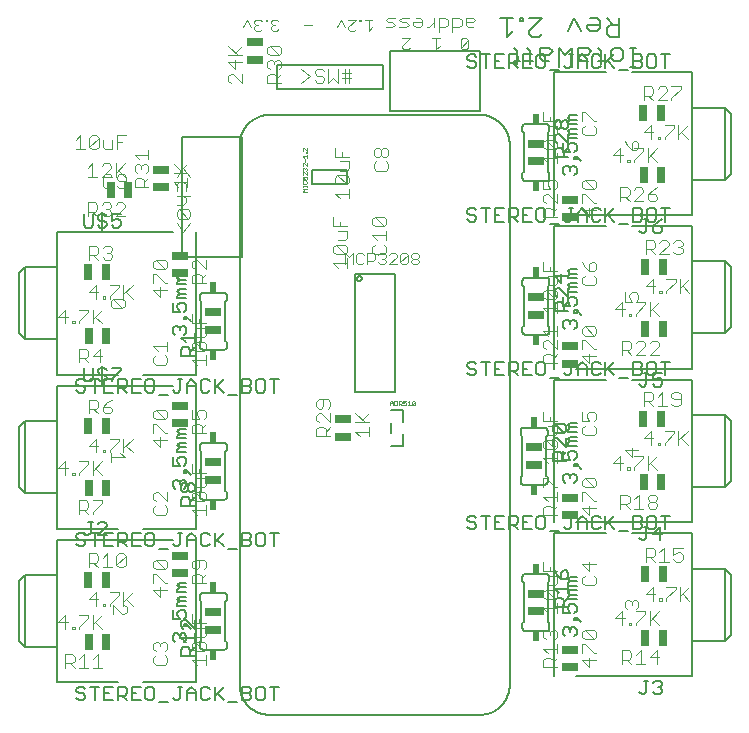
<source format=gto>
G75*
%MOIN*%
%OFA0B0*%
%FSLAX25Y25*%
%IPPOS*%
%LPD*%
%AMOC8*
5,1,8,0,0,1.08239X$1,22.5*
%
%ADD10C,0.00600*%
%ADD11C,0.00300*%
%ADD12C,0.00400*%
%ADD13C,0.00500*%
%ADD14C,0.00100*%
%ADD15R,0.02400X0.03400*%
%ADD16R,0.05512X0.02559*%
%ADD17R,0.02559X0.05512*%
D10*
X0014119Y0015819D02*
X0034269Y0015819D01*
X0042769Y0015819D02*
X0060276Y0015819D01*
X0060276Y0063394D01*
X0060269Y0063394D01*
X0060276Y0067069D02*
X0042769Y0067069D01*
X0034269Y0067069D02*
X0014119Y0067069D01*
X0014119Y0078856D01*
X0014119Y0102856D01*
X0014119Y0114644D01*
X0052769Y0114644D01*
X0060269Y0114644D02*
X0060276Y0114644D01*
X0060276Y0067069D01*
X0052769Y0063394D02*
X0014119Y0063394D01*
X0014119Y0051606D01*
X0014119Y0027606D01*
X0003300Y0027606D01*
X0003300Y0051606D01*
X0001300Y0049606D01*
X0001300Y0029606D01*
X0003300Y0027606D01*
X0014119Y0027606D02*
X0014119Y0015819D01*
X0014119Y0051606D02*
X0003300Y0051606D01*
X0003300Y0078856D02*
X0003300Y0102856D01*
X0001300Y0100856D01*
X0001300Y0080856D01*
X0003300Y0078856D01*
X0014119Y0078856D01*
X0014119Y0102856D02*
X0003300Y0102856D01*
X0014119Y0118319D02*
X0034269Y0118319D01*
X0042769Y0118319D02*
X0060276Y0118319D01*
X0060276Y0165894D01*
X0060269Y0165894D01*
X0052769Y0165894D02*
X0014119Y0165894D01*
X0014119Y0154106D01*
X0014119Y0130106D01*
X0003300Y0130106D01*
X0003300Y0154106D01*
X0001300Y0152106D01*
X0001300Y0132106D01*
X0003300Y0130106D01*
X0014119Y0130106D02*
X0014119Y0118319D01*
X0014119Y0154106D02*
X0003300Y0154106D01*
X0061704Y0144750D02*
X0061704Y0143250D01*
X0062204Y0142750D01*
X0062204Y0129750D01*
X0061704Y0129250D01*
X0061704Y0127750D01*
X0061706Y0127690D01*
X0061711Y0127629D01*
X0061720Y0127570D01*
X0061733Y0127511D01*
X0061749Y0127452D01*
X0061769Y0127395D01*
X0061792Y0127340D01*
X0061819Y0127285D01*
X0061848Y0127233D01*
X0061881Y0127182D01*
X0061917Y0127133D01*
X0061955Y0127087D01*
X0061997Y0127043D01*
X0062041Y0127001D01*
X0062087Y0126963D01*
X0062136Y0126927D01*
X0062187Y0126894D01*
X0062239Y0126865D01*
X0062294Y0126838D01*
X0062349Y0126815D01*
X0062406Y0126795D01*
X0062465Y0126779D01*
X0062524Y0126766D01*
X0062583Y0126757D01*
X0062644Y0126752D01*
X0062704Y0126750D01*
X0069704Y0126750D01*
X0069764Y0126752D01*
X0069825Y0126757D01*
X0069884Y0126766D01*
X0069943Y0126779D01*
X0070002Y0126795D01*
X0070059Y0126815D01*
X0070114Y0126838D01*
X0070169Y0126865D01*
X0070221Y0126894D01*
X0070272Y0126927D01*
X0070321Y0126963D01*
X0070367Y0127001D01*
X0070411Y0127043D01*
X0070453Y0127087D01*
X0070491Y0127133D01*
X0070527Y0127182D01*
X0070560Y0127233D01*
X0070589Y0127285D01*
X0070616Y0127340D01*
X0070639Y0127395D01*
X0070659Y0127452D01*
X0070675Y0127511D01*
X0070688Y0127570D01*
X0070697Y0127629D01*
X0070702Y0127690D01*
X0070704Y0127750D01*
X0070704Y0129250D01*
X0070204Y0129750D01*
X0070204Y0142750D01*
X0070704Y0143250D01*
X0070704Y0144750D01*
X0070702Y0144810D01*
X0070697Y0144871D01*
X0070688Y0144930D01*
X0070675Y0144989D01*
X0070659Y0145048D01*
X0070639Y0145105D01*
X0070616Y0145160D01*
X0070589Y0145215D01*
X0070560Y0145267D01*
X0070527Y0145318D01*
X0070491Y0145367D01*
X0070453Y0145413D01*
X0070411Y0145457D01*
X0070367Y0145499D01*
X0070321Y0145537D01*
X0070272Y0145573D01*
X0070221Y0145606D01*
X0070169Y0145635D01*
X0070114Y0145662D01*
X0070059Y0145685D01*
X0070002Y0145705D01*
X0069943Y0145721D01*
X0069884Y0145734D01*
X0069825Y0145743D01*
X0069764Y0145748D01*
X0069704Y0145750D01*
X0062704Y0145750D01*
X0062644Y0145748D01*
X0062583Y0145743D01*
X0062524Y0145734D01*
X0062465Y0145721D01*
X0062406Y0145705D01*
X0062349Y0145685D01*
X0062294Y0145662D01*
X0062239Y0145635D01*
X0062187Y0145606D01*
X0062136Y0145573D01*
X0062087Y0145537D01*
X0062041Y0145499D01*
X0061997Y0145457D01*
X0061955Y0145413D01*
X0061917Y0145367D01*
X0061881Y0145318D01*
X0061848Y0145267D01*
X0061819Y0145215D01*
X0061792Y0145160D01*
X0061769Y0145105D01*
X0061749Y0145048D01*
X0061733Y0144989D01*
X0061720Y0144930D01*
X0061711Y0144871D01*
X0061706Y0144810D01*
X0061704Y0144750D01*
X0062704Y0095750D02*
X0069704Y0095750D01*
X0069764Y0095748D01*
X0069825Y0095743D01*
X0069884Y0095734D01*
X0069943Y0095721D01*
X0070002Y0095705D01*
X0070059Y0095685D01*
X0070114Y0095662D01*
X0070169Y0095635D01*
X0070221Y0095606D01*
X0070272Y0095573D01*
X0070321Y0095537D01*
X0070367Y0095499D01*
X0070411Y0095457D01*
X0070453Y0095413D01*
X0070491Y0095367D01*
X0070527Y0095318D01*
X0070560Y0095267D01*
X0070589Y0095215D01*
X0070616Y0095160D01*
X0070639Y0095105D01*
X0070659Y0095048D01*
X0070675Y0094989D01*
X0070688Y0094930D01*
X0070697Y0094871D01*
X0070702Y0094810D01*
X0070704Y0094750D01*
X0070704Y0093250D01*
X0070204Y0092750D01*
X0070204Y0079750D01*
X0070704Y0079250D01*
X0070704Y0077750D01*
X0070702Y0077690D01*
X0070697Y0077629D01*
X0070688Y0077570D01*
X0070675Y0077511D01*
X0070659Y0077452D01*
X0070639Y0077395D01*
X0070616Y0077340D01*
X0070589Y0077285D01*
X0070560Y0077233D01*
X0070527Y0077182D01*
X0070491Y0077133D01*
X0070453Y0077087D01*
X0070411Y0077043D01*
X0070367Y0077001D01*
X0070321Y0076963D01*
X0070272Y0076927D01*
X0070221Y0076894D01*
X0070169Y0076865D01*
X0070114Y0076838D01*
X0070059Y0076815D01*
X0070002Y0076795D01*
X0069943Y0076779D01*
X0069884Y0076766D01*
X0069825Y0076757D01*
X0069764Y0076752D01*
X0069704Y0076750D01*
X0062704Y0076750D01*
X0062644Y0076752D01*
X0062583Y0076757D01*
X0062524Y0076766D01*
X0062465Y0076779D01*
X0062406Y0076795D01*
X0062349Y0076815D01*
X0062294Y0076838D01*
X0062239Y0076865D01*
X0062187Y0076894D01*
X0062136Y0076927D01*
X0062087Y0076963D01*
X0062041Y0077001D01*
X0061997Y0077043D01*
X0061955Y0077087D01*
X0061917Y0077133D01*
X0061881Y0077182D01*
X0061848Y0077233D01*
X0061819Y0077285D01*
X0061792Y0077340D01*
X0061769Y0077395D01*
X0061749Y0077452D01*
X0061733Y0077511D01*
X0061720Y0077570D01*
X0061711Y0077629D01*
X0061706Y0077690D01*
X0061704Y0077750D01*
X0061704Y0079250D01*
X0062204Y0079750D01*
X0062204Y0092750D01*
X0061704Y0093250D01*
X0061704Y0094750D01*
X0061706Y0094810D01*
X0061711Y0094871D01*
X0061720Y0094930D01*
X0061733Y0094989D01*
X0061749Y0095048D01*
X0061769Y0095105D01*
X0061792Y0095160D01*
X0061819Y0095215D01*
X0061848Y0095267D01*
X0061881Y0095318D01*
X0061917Y0095367D01*
X0061955Y0095413D01*
X0061997Y0095457D01*
X0062041Y0095499D01*
X0062087Y0095537D01*
X0062136Y0095573D01*
X0062187Y0095606D01*
X0062239Y0095635D01*
X0062294Y0095662D01*
X0062349Y0095685D01*
X0062406Y0095705D01*
X0062465Y0095721D01*
X0062524Y0095734D01*
X0062583Y0095743D01*
X0062644Y0095748D01*
X0062704Y0095750D01*
X0062704Y0045750D02*
X0069704Y0045750D01*
X0069764Y0045748D01*
X0069825Y0045743D01*
X0069884Y0045734D01*
X0069943Y0045721D01*
X0070002Y0045705D01*
X0070059Y0045685D01*
X0070114Y0045662D01*
X0070169Y0045635D01*
X0070221Y0045606D01*
X0070272Y0045573D01*
X0070321Y0045537D01*
X0070367Y0045499D01*
X0070411Y0045457D01*
X0070453Y0045413D01*
X0070491Y0045367D01*
X0070527Y0045318D01*
X0070560Y0045267D01*
X0070589Y0045215D01*
X0070616Y0045160D01*
X0070639Y0045105D01*
X0070659Y0045048D01*
X0070675Y0044989D01*
X0070688Y0044930D01*
X0070697Y0044871D01*
X0070702Y0044810D01*
X0070704Y0044750D01*
X0070704Y0043250D01*
X0070204Y0042750D01*
X0070204Y0029750D01*
X0070704Y0029250D01*
X0070704Y0027750D01*
X0070702Y0027690D01*
X0070697Y0027629D01*
X0070688Y0027570D01*
X0070675Y0027511D01*
X0070659Y0027452D01*
X0070639Y0027395D01*
X0070616Y0027340D01*
X0070589Y0027285D01*
X0070560Y0027233D01*
X0070527Y0027182D01*
X0070491Y0027133D01*
X0070453Y0027087D01*
X0070411Y0027043D01*
X0070367Y0027001D01*
X0070321Y0026963D01*
X0070272Y0026927D01*
X0070221Y0026894D01*
X0070169Y0026865D01*
X0070114Y0026838D01*
X0070059Y0026815D01*
X0070002Y0026795D01*
X0069943Y0026779D01*
X0069884Y0026766D01*
X0069825Y0026757D01*
X0069764Y0026752D01*
X0069704Y0026750D01*
X0062704Y0026750D01*
X0062644Y0026752D01*
X0062583Y0026757D01*
X0062524Y0026766D01*
X0062465Y0026779D01*
X0062406Y0026795D01*
X0062349Y0026815D01*
X0062294Y0026838D01*
X0062239Y0026865D01*
X0062187Y0026894D01*
X0062136Y0026927D01*
X0062087Y0026963D01*
X0062041Y0027001D01*
X0061997Y0027043D01*
X0061955Y0027087D01*
X0061917Y0027133D01*
X0061881Y0027182D01*
X0061848Y0027233D01*
X0061819Y0027285D01*
X0061792Y0027340D01*
X0061769Y0027395D01*
X0061749Y0027452D01*
X0061733Y0027511D01*
X0061720Y0027570D01*
X0061711Y0027629D01*
X0061706Y0027690D01*
X0061704Y0027750D01*
X0061704Y0029250D01*
X0062204Y0029750D01*
X0062204Y0042750D01*
X0061704Y0043250D01*
X0061704Y0044750D01*
X0061706Y0044810D01*
X0061711Y0044871D01*
X0061720Y0044930D01*
X0061733Y0044989D01*
X0061749Y0045048D01*
X0061769Y0045105D01*
X0061792Y0045160D01*
X0061819Y0045215D01*
X0061848Y0045267D01*
X0061881Y0045318D01*
X0061917Y0045367D01*
X0061955Y0045413D01*
X0061997Y0045457D01*
X0062041Y0045499D01*
X0062087Y0045537D01*
X0062136Y0045573D01*
X0062187Y0045606D01*
X0062239Y0045635D01*
X0062294Y0045662D01*
X0062349Y0045685D01*
X0062406Y0045705D01*
X0062465Y0045721D01*
X0062524Y0045734D01*
X0062583Y0045743D01*
X0062644Y0045748D01*
X0062704Y0045750D01*
X0169204Y0049500D02*
X0169704Y0049000D01*
X0169704Y0036000D01*
X0169204Y0035500D01*
X0169204Y0034000D01*
X0169206Y0033940D01*
X0169211Y0033879D01*
X0169220Y0033820D01*
X0169233Y0033761D01*
X0169249Y0033702D01*
X0169269Y0033645D01*
X0169292Y0033590D01*
X0169319Y0033535D01*
X0169348Y0033483D01*
X0169381Y0033432D01*
X0169417Y0033383D01*
X0169455Y0033337D01*
X0169497Y0033293D01*
X0169541Y0033251D01*
X0169587Y0033213D01*
X0169636Y0033177D01*
X0169687Y0033144D01*
X0169739Y0033115D01*
X0169794Y0033088D01*
X0169849Y0033065D01*
X0169906Y0033045D01*
X0169965Y0033029D01*
X0170024Y0033016D01*
X0170083Y0033007D01*
X0170144Y0033002D01*
X0170204Y0033000D01*
X0177204Y0033000D01*
X0177264Y0033002D01*
X0177325Y0033007D01*
X0177384Y0033016D01*
X0177443Y0033029D01*
X0177502Y0033045D01*
X0177559Y0033065D01*
X0177614Y0033088D01*
X0177669Y0033115D01*
X0177721Y0033144D01*
X0177772Y0033177D01*
X0177821Y0033213D01*
X0177867Y0033251D01*
X0177911Y0033293D01*
X0177953Y0033337D01*
X0177991Y0033383D01*
X0178027Y0033432D01*
X0178060Y0033483D01*
X0178089Y0033535D01*
X0178116Y0033590D01*
X0178139Y0033645D01*
X0178159Y0033702D01*
X0178175Y0033761D01*
X0178188Y0033820D01*
X0178197Y0033879D01*
X0178202Y0033940D01*
X0178204Y0034000D01*
X0178204Y0035500D01*
X0177704Y0036000D01*
X0177704Y0049000D01*
X0178204Y0049500D01*
X0178204Y0051000D01*
X0178202Y0051060D01*
X0178197Y0051121D01*
X0178188Y0051180D01*
X0178175Y0051239D01*
X0178159Y0051298D01*
X0178139Y0051355D01*
X0178116Y0051410D01*
X0178089Y0051465D01*
X0178060Y0051517D01*
X0178027Y0051568D01*
X0177991Y0051617D01*
X0177953Y0051663D01*
X0177911Y0051707D01*
X0177867Y0051749D01*
X0177821Y0051787D01*
X0177772Y0051823D01*
X0177721Y0051856D01*
X0177669Y0051885D01*
X0177614Y0051912D01*
X0177559Y0051935D01*
X0177502Y0051955D01*
X0177443Y0051971D01*
X0177384Y0051984D01*
X0177325Y0051993D01*
X0177264Y0051998D01*
X0177204Y0052000D01*
X0170204Y0052000D01*
X0170144Y0051998D01*
X0170083Y0051993D01*
X0170024Y0051984D01*
X0169965Y0051971D01*
X0169906Y0051955D01*
X0169849Y0051935D01*
X0169794Y0051912D01*
X0169739Y0051885D01*
X0169687Y0051856D01*
X0169636Y0051823D01*
X0169587Y0051787D01*
X0169541Y0051749D01*
X0169497Y0051707D01*
X0169455Y0051663D01*
X0169417Y0051617D01*
X0169381Y0051568D01*
X0169348Y0051517D01*
X0169319Y0051465D01*
X0169292Y0051410D01*
X0169269Y0051355D01*
X0169249Y0051298D01*
X0169233Y0051239D01*
X0169220Y0051180D01*
X0169211Y0051121D01*
X0169206Y0051060D01*
X0169204Y0051000D01*
X0169204Y0049500D01*
X0179631Y0065431D02*
X0197139Y0065431D01*
X0205639Y0065431D02*
X0225788Y0065431D01*
X0225788Y0053644D01*
X0225788Y0029644D01*
X0225788Y0017856D01*
X0187139Y0017856D01*
X0179639Y0017856D02*
X0179631Y0017856D01*
X0179631Y0065431D01*
X0179631Y0069106D02*
X0179639Y0069106D01*
X0179631Y0069106D02*
X0179631Y0116681D01*
X0197139Y0116681D01*
X0205639Y0116681D02*
X0225788Y0116681D01*
X0225788Y0104894D01*
X0225788Y0080894D01*
X0225788Y0069106D01*
X0187139Y0069106D01*
X0176579Y0081750D02*
X0169579Y0081750D01*
X0169519Y0081752D01*
X0169458Y0081757D01*
X0169399Y0081766D01*
X0169340Y0081779D01*
X0169281Y0081795D01*
X0169224Y0081815D01*
X0169169Y0081838D01*
X0169114Y0081865D01*
X0169062Y0081894D01*
X0169011Y0081927D01*
X0168962Y0081963D01*
X0168916Y0082001D01*
X0168872Y0082043D01*
X0168830Y0082087D01*
X0168792Y0082133D01*
X0168756Y0082182D01*
X0168723Y0082233D01*
X0168694Y0082285D01*
X0168667Y0082340D01*
X0168644Y0082395D01*
X0168624Y0082452D01*
X0168608Y0082511D01*
X0168595Y0082570D01*
X0168586Y0082629D01*
X0168581Y0082690D01*
X0168579Y0082750D01*
X0168579Y0084250D01*
X0169079Y0084750D01*
X0169079Y0097750D01*
X0168579Y0098250D01*
X0168579Y0099750D01*
X0168581Y0099810D01*
X0168586Y0099871D01*
X0168595Y0099930D01*
X0168608Y0099989D01*
X0168624Y0100048D01*
X0168644Y0100105D01*
X0168667Y0100160D01*
X0168694Y0100215D01*
X0168723Y0100267D01*
X0168756Y0100318D01*
X0168792Y0100367D01*
X0168830Y0100413D01*
X0168872Y0100457D01*
X0168916Y0100499D01*
X0168962Y0100537D01*
X0169011Y0100573D01*
X0169062Y0100606D01*
X0169114Y0100635D01*
X0169169Y0100662D01*
X0169224Y0100685D01*
X0169281Y0100705D01*
X0169340Y0100721D01*
X0169399Y0100734D01*
X0169458Y0100743D01*
X0169519Y0100748D01*
X0169579Y0100750D01*
X0176579Y0100750D01*
X0176639Y0100748D01*
X0176700Y0100743D01*
X0176759Y0100734D01*
X0176818Y0100721D01*
X0176877Y0100705D01*
X0176934Y0100685D01*
X0176989Y0100662D01*
X0177044Y0100635D01*
X0177096Y0100606D01*
X0177147Y0100573D01*
X0177196Y0100537D01*
X0177242Y0100499D01*
X0177286Y0100457D01*
X0177328Y0100413D01*
X0177366Y0100367D01*
X0177402Y0100318D01*
X0177435Y0100267D01*
X0177464Y0100215D01*
X0177491Y0100160D01*
X0177514Y0100105D01*
X0177534Y0100048D01*
X0177550Y0099989D01*
X0177563Y0099930D01*
X0177572Y0099871D01*
X0177577Y0099810D01*
X0177579Y0099750D01*
X0177579Y0098250D01*
X0177079Y0097750D01*
X0177079Y0084750D01*
X0177579Y0084250D01*
X0177579Y0082750D01*
X0177577Y0082690D01*
X0177572Y0082629D01*
X0177563Y0082570D01*
X0177550Y0082511D01*
X0177534Y0082452D01*
X0177514Y0082395D01*
X0177491Y0082340D01*
X0177464Y0082285D01*
X0177435Y0082233D01*
X0177402Y0082182D01*
X0177366Y0082133D01*
X0177328Y0082087D01*
X0177286Y0082043D01*
X0177242Y0082001D01*
X0177196Y0081963D01*
X0177147Y0081927D01*
X0177096Y0081894D01*
X0177044Y0081865D01*
X0176989Y0081838D01*
X0176934Y0081815D01*
X0176877Y0081795D01*
X0176818Y0081779D01*
X0176759Y0081766D01*
X0176700Y0081757D01*
X0176639Y0081752D01*
X0176579Y0081750D01*
X0179631Y0120356D02*
X0179639Y0120356D01*
X0179631Y0120356D02*
X0179631Y0167931D01*
X0197139Y0167931D01*
X0205639Y0167931D02*
X0225788Y0167931D01*
X0225788Y0156144D01*
X0225788Y0132144D01*
X0225788Y0120356D01*
X0187139Y0120356D01*
X0177204Y0131750D02*
X0170204Y0131750D01*
X0170144Y0131752D01*
X0170083Y0131757D01*
X0170024Y0131766D01*
X0169965Y0131779D01*
X0169906Y0131795D01*
X0169849Y0131815D01*
X0169794Y0131838D01*
X0169739Y0131865D01*
X0169687Y0131894D01*
X0169636Y0131927D01*
X0169587Y0131963D01*
X0169541Y0132001D01*
X0169497Y0132043D01*
X0169455Y0132087D01*
X0169417Y0132133D01*
X0169381Y0132182D01*
X0169348Y0132233D01*
X0169319Y0132285D01*
X0169292Y0132340D01*
X0169269Y0132395D01*
X0169249Y0132452D01*
X0169233Y0132511D01*
X0169220Y0132570D01*
X0169211Y0132629D01*
X0169206Y0132690D01*
X0169204Y0132750D01*
X0169204Y0134250D01*
X0169704Y0134750D01*
X0169704Y0147750D01*
X0169204Y0148250D01*
X0169204Y0149750D01*
X0169206Y0149810D01*
X0169211Y0149871D01*
X0169220Y0149930D01*
X0169233Y0149989D01*
X0169249Y0150048D01*
X0169269Y0150105D01*
X0169292Y0150160D01*
X0169319Y0150215D01*
X0169348Y0150267D01*
X0169381Y0150318D01*
X0169417Y0150367D01*
X0169455Y0150413D01*
X0169497Y0150457D01*
X0169541Y0150499D01*
X0169587Y0150537D01*
X0169636Y0150573D01*
X0169687Y0150606D01*
X0169739Y0150635D01*
X0169794Y0150662D01*
X0169849Y0150685D01*
X0169906Y0150705D01*
X0169965Y0150721D01*
X0170024Y0150734D01*
X0170083Y0150743D01*
X0170144Y0150748D01*
X0170204Y0150750D01*
X0177204Y0150750D01*
X0177264Y0150748D01*
X0177325Y0150743D01*
X0177384Y0150734D01*
X0177443Y0150721D01*
X0177502Y0150705D01*
X0177559Y0150685D01*
X0177614Y0150662D01*
X0177669Y0150635D01*
X0177721Y0150606D01*
X0177772Y0150573D01*
X0177821Y0150537D01*
X0177867Y0150499D01*
X0177911Y0150457D01*
X0177953Y0150413D01*
X0177991Y0150367D01*
X0178027Y0150318D01*
X0178060Y0150267D01*
X0178089Y0150215D01*
X0178116Y0150160D01*
X0178139Y0150105D01*
X0178159Y0150048D01*
X0178175Y0149989D01*
X0178188Y0149930D01*
X0178197Y0149871D01*
X0178202Y0149810D01*
X0178204Y0149750D01*
X0178204Y0148250D01*
X0177704Y0147750D01*
X0177704Y0134750D01*
X0178204Y0134250D01*
X0178204Y0132750D01*
X0178202Y0132690D01*
X0178197Y0132629D01*
X0178188Y0132570D01*
X0178175Y0132511D01*
X0178159Y0132452D01*
X0178139Y0132395D01*
X0178116Y0132340D01*
X0178089Y0132285D01*
X0178060Y0132233D01*
X0178027Y0132182D01*
X0177991Y0132133D01*
X0177953Y0132087D01*
X0177911Y0132043D01*
X0177867Y0132001D01*
X0177821Y0131963D01*
X0177772Y0131927D01*
X0177721Y0131894D01*
X0177669Y0131865D01*
X0177614Y0131838D01*
X0177559Y0131815D01*
X0177502Y0131795D01*
X0177443Y0131779D01*
X0177384Y0131766D01*
X0177325Y0131757D01*
X0177264Y0131752D01*
X0177204Y0131750D01*
X0179631Y0171606D02*
X0179639Y0171606D01*
X0179631Y0171606D02*
X0179631Y0219181D01*
X0197139Y0219181D01*
X0195343Y0221862D02*
X0195343Y0226132D01*
X0194276Y0227200D01*
X0192114Y0226132D02*
X0191046Y0225065D01*
X0187844Y0225065D01*
X0187844Y0223997D02*
X0187844Y0227200D01*
X0191046Y0227200D01*
X0192114Y0226132D01*
X0191046Y0222930D02*
X0188911Y0222930D01*
X0187844Y0223997D01*
X0185669Y0220795D02*
X0185669Y0227200D01*
X0183533Y0225065D01*
X0181398Y0227200D01*
X0181398Y0220795D01*
X0178155Y0222930D02*
X0176020Y0222930D01*
X0174953Y0223997D01*
X0174953Y0227200D01*
X0178155Y0227200D01*
X0179223Y0226132D01*
X0178155Y0225065D01*
X0174953Y0225065D01*
X0172778Y0222930D02*
X0170642Y0222930D01*
X0171710Y0221862D02*
X0171710Y0226132D01*
X0170642Y0227200D01*
X0172544Y0230795D02*
X0174679Y0230795D01*
X0175747Y0231862D01*
X0172544Y0230795D02*
X0171476Y0231862D01*
X0171476Y0232930D01*
X0175747Y0237200D01*
X0171476Y0237200D01*
X0169301Y0237200D02*
X0169301Y0236132D01*
X0168233Y0236132D01*
X0168233Y0237200D01*
X0169301Y0237200D01*
X0166078Y0237200D02*
X0161808Y0237200D01*
X0163943Y0237200D02*
X0163943Y0230795D01*
X0166078Y0232930D01*
X0166345Y0227200D02*
X0167413Y0226132D01*
X0167413Y0221862D01*
X0168481Y0222930D02*
X0166345Y0222930D01*
X0184367Y0232930D02*
X0186502Y0237200D01*
X0188638Y0232930D01*
X0190813Y0233997D02*
X0190813Y0235065D01*
X0195083Y0235065D01*
X0195083Y0236132D02*
X0195083Y0233997D01*
X0194015Y0232930D01*
X0191880Y0232930D01*
X0190813Y0233997D01*
X0191880Y0237200D02*
X0194015Y0237200D01*
X0195083Y0236132D01*
X0197258Y0237200D02*
X0199393Y0235065D01*
X0198326Y0235065D02*
X0197258Y0233997D01*
X0197258Y0231862D01*
X0198326Y0230795D01*
X0201529Y0230795D01*
X0201529Y0237200D01*
X0201529Y0235065D02*
X0198326Y0235065D01*
X0199654Y0227200D02*
X0198586Y0226132D01*
X0198586Y0223997D01*
X0199654Y0222930D01*
X0201789Y0222930D01*
X0202857Y0223997D01*
X0202857Y0226132D01*
X0201789Y0227200D01*
X0199654Y0227200D01*
X0196411Y0222930D02*
X0194276Y0222930D01*
X0205018Y0220795D02*
X0207154Y0220795D01*
X0206086Y0220795D02*
X0206086Y0227200D01*
X0207154Y0227200D02*
X0205018Y0227200D01*
X0205639Y0219181D02*
X0225788Y0219181D01*
X0225788Y0207394D01*
X0225788Y0183394D01*
X0225788Y0171606D01*
X0187139Y0171606D01*
X0177204Y0183000D02*
X0170204Y0183000D01*
X0170144Y0183002D01*
X0170083Y0183007D01*
X0170024Y0183016D01*
X0169965Y0183029D01*
X0169906Y0183045D01*
X0169849Y0183065D01*
X0169794Y0183088D01*
X0169739Y0183115D01*
X0169687Y0183144D01*
X0169636Y0183177D01*
X0169587Y0183213D01*
X0169541Y0183251D01*
X0169497Y0183293D01*
X0169455Y0183337D01*
X0169417Y0183383D01*
X0169381Y0183432D01*
X0169348Y0183483D01*
X0169319Y0183535D01*
X0169292Y0183590D01*
X0169269Y0183645D01*
X0169249Y0183702D01*
X0169233Y0183761D01*
X0169220Y0183820D01*
X0169211Y0183879D01*
X0169206Y0183940D01*
X0169204Y0184000D01*
X0169204Y0185500D01*
X0169704Y0186000D01*
X0169704Y0199000D01*
X0169204Y0199500D01*
X0169204Y0201000D01*
X0169206Y0201060D01*
X0169211Y0201121D01*
X0169220Y0201180D01*
X0169233Y0201239D01*
X0169249Y0201298D01*
X0169269Y0201355D01*
X0169292Y0201410D01*
X0169319Y0201465D01*
X0169348Y0201517D01*
X0169381Y0201568D01*
X0169417Y0201617D01*
X0169455Y0201663D01*
X0169497Y0201707D01*
X0169541Y0201749D01*
X0169587Y0201787D01*
X0169636Y0201823D01*
X0169687Y0201856D01*
X0169739Y0201885D01*
X0169794Y0201912D01*
X0169849Y0201935D01*
X0169906Y0201955D01*
X0169965Y0201971D01*
X0170024Y0201984D01*
X0170083Y0201993D01*
X0170144Y0201998D01*
X0170204Y0202000D01*
X0177204Y0202000D01*
X0177264Y0201998D01*
X0177325Y0201993D01*
X0177384Y0201984D01*
X0177443Y0201971D01*
X0177502Y0201955D01*
X0177559Y0201935D01*
X0177614Y0201912D01*
X0177669Y0201885D01*
X0177721Y0201856D01*
X0177772Y0201823D01*
X0177821Y0201787D01*
X0177867Y0201749D01*
X0177911Y0201707D01*
X0177953Y0201663D01*
X0177991Y0201617D01*
X0178027Y0201568D01*
X0178060Y0201517D01*
X0178089Y0201465D01*
X0178116Y0201410D01*
X0178139Y0201355D01*
X0178159Y0201298D01*
X0178175Y0201239D01*
X0178188Y0201180D01*
X0178197Y0201121D01*
X0178202Y0201060D01*
X0178204Y0201000D01*
X0178204Y0199500D01*
X0177704Y0199000D01*
X0177704Y0186000D01*
X0178204Y0185500D01*
X0178204Y0184000D01*
X0178202Y0183940D01*
X0178197Y0183879D01*
X0178188Y0183820D01*
X0178175Y0183761D01*
X0178159Y0183702D01*
X0178139Y0183645D01*
X0178116Y0183590D01*
X0178089Y0183535D01*
X0178060Y0183483D01*
X0178027Y0183432D01*
X0177991Y0183383D01*
X0177953Y0183337D01*
X0177911Y0183293D01*
X0177867Y0183251D01*
X0177821Y0183213D01*
X0177772Y0183177D01*
X0177721Y0183144D01*
X0177669Y0183115D01*
X0177614Y0183088D01*
X0177559Y0183065D01*
X0177502Y0183045D01*
X0177443Y0183029D01*
X0177384Y0183016D01*
X0177325Y0183007D01*
X0177264Y0183002D01*
X0177204Y0183000D01*
X0225788Y0183394D02*
X0236607Y0183394D01*
X0236607Y0207394D01*
X0238607Y0205394D01*
X0238607Y0185394D01*
X0236607Y0183394D01*
X0236607Y0207394D02*
X0225788Y0207394D01*
X0225788Y0156144D02*
X0236607Y0156144D01*
X0236607Y0132144D01*
X0238607Y0134144D01*
X0238607Y0154144D01*
X0236607Y0156144D01*
X0236607Y0132144D02*
X0225788Y0132144D01*
X0225788Y0104894D02*
X0236607Y0104894D01*
X0236607Y0080894D01*
X0238607Y0082894D01*
X0238607Y0102894D01*
X0236607Y0104894D01*
X0236607Y0080894D02*
X0225788Y0080894D01*
X0225788Y0053644D02*
X0236607Y0053644D01*
X0236607Y0029644D01*
X0238607Y0031644D01*
X0238607Y0051644D01*
X0236607Y0053644D01*
X0236607Y0029644D02*
X0225788Y0029644D01*
D11*
X0134054Y0155150D02*
X0132820Y0155150D01*
X0132202Y0155767D01*
X0132202Y0156384D01*
X0132820Y0157002D01*
X0134054Y0157002D01*
X0134671Y0156384D01*
X0134671Y0155767D01*
X0134054Y0155150D01*
X0134054Y0157002D02*
X0134671Y0157619D01*
X0134671Y0158236D01*
X0134054Y0158853D01*
X0132820Y0158853D01*
X0132202Y0158236D01*
X0132202Y0157619D01*
X0132820Y0157002D01*
X0130988Y0158236D02*
X0130988Y0155767D01*
X0130371Y0155150D01*
X0129136Y0155150D01*
X0128519Y0155767D01*
X0130988Y0158236D01*
X0130371Y0158853D01*
X0129136Y0158853D01*
X0128519Y0158236D01*
X0128519Y0155767D01*
X0127305Y0155150D02*
X0124836Y0155150D01*
X0127305Y0157619D01*
X0127305Y0158236D01*
X0126688Y0158853D01*
X0125453Y0158853D01*
X0124836Y0158236D01*
X0123622Y0158236D02*
X0123622Y0157619D01*
X0123005Y0157002D01*
X0123622Y0156384D01*
X0123622Y0155767D01*
X0123005Y0155150D01*
X0121770Y0155150D01*
X0121153Y0155767D01*
X0119939Y0157002D02*
X0119321Y0156384D01*
X0117470Y0156384D01*
X0117470Y0155150D02*
X0117470Y0158853D01*
X0119321Y0158853D01*
X0119939Y0158236D01*
X0119939Y0157002D01*
X0121153Y0158236D02*
X0121770Y0158853D01*
X0123005Y0158853D01*
X0123622Y0158236D01*
X0123005Y0157002D02*
X0122387Y0157002D01*
X0116255Y0158236D02*
X0115638Y0158853D01*
X0114404Y0158853D01*
X0113787Y0158236D01*
X0113787Y0155767D01*
X0114404Y0155150D01*
X0115638Y0155150D01*
X0116255Y0155767D01*
X0112572Y0155150D02*
X0112572Y0158853D01*
X0111338Y0157619D01*
X0110104Y0158853D01*
X0110104Y0155150D01*
X0129827Y0226772D02*
X0129210Y0227389D01*
X0129210Y0228006D01*
X0131679Y0230475D01*
X0129210Y0230475D01*
X0129827Y0226772D02*
X0131061Y0226772D01*
X0131679Y0227389D01*
X0139210Y0230475D02*
X0141679Y0230475D01*
X0140444Y0230475D02*
X0140444Y0226772D01*
X0141679Y0228006D01*
X0148585Y0227389D02*
X0151054Y0229858D01*
X0150436Y0230475D01*
X0149202Y0230475D01*
X0148585Y0229858D01*
X0148585Y0227389D01*
X0149202Y0226772D01*
X0150436Y0226772D01*
X0151054Y0227389D01*
X0151054Y0229858D01*
X0119179Y0234256D02*
X0117944Y0233022D01*
X0117944Y0236725D01*
X0116710Y0236725D02*
X0119179Y0236725D01*
X0115495Y0236725D02*
X0115495Y0236108D01*
X0114878Y0236108D01*
X0114878Y0236725D01*
X0115495Y0236725D01*
X0113654Y0236725D02*
X0111185Y0234256D01*
X0111185Y0233639D01*
X0111802Y0233022D01*
X0113037Y0233022D01*
X0113654Y0233639D01*
X0113654Y0236725D02*
X0111185Y0236725D01*
X0108736Y0236725D02*
X0109971Y0234256D01*
X0107502Y0234256D02*
X0108736Y0236725D01*
X0098921Y0234873D02*
X0096452Y0234873D01*
X0087872Y0233639D02*
X0087255Y0233022D01*
X0086020Y0233022D01*
X0085403Y0233639D01*
X0085403Y0234256D01*
X0086020Y0234873D01*
X0085403Y0235491D01*
X0085403Y0236108D01*
X0086020Y0236725D01*
X0087255Y0236725D01*
X0087872Y0236108D01*
X0086637Y0234873D02*
X0086020Y0234873D01*
X0084189Y0236108D02*
X0083571Y0236108D01*
X0083571Y0236725D01*
X0084189Y0236725D01*
X0084189Y0236108D01*
X0082347Y0236108D02*
X0081730Y0236725D01*
X0080496Y0236725D01*
X0079878Y0236108D01*
X0079878Y0235491D01*
X0080496Y0234873D01*
X0081113Y0234873D01*
X0080496Y0234873D02*
X0079878Y0234256D01*
X0079878Y0233639D01*
X0080496Y0233022D01*
X0081730Y0233022D01*
X0082347Y0233639D01*
X0078664Y0234256D02*
X0077430Y0236725D01*
X0076195Y0234256D01*
D12*
X0075754Y0227915D02*
X0073452Y0225613D01*
X0074219Y0224846D02*
X0071150Y0227915D01*
X0071150Y0224846D02*
X0075754Y0224846D01*
X0075754Y0222544D02*
X0071150Y0222544D01*
X0073452Y0220242D01*
X0073452Y0223311D01*
X0072684Y0218707D02*
X0071917Y0218707D01*
X0071150Y0217940D01*
X0071150Y0216406D01*
X0071917Y0215638D01*
X0072684Y0218707D02*
X0075754Y0215638D01*
X0075754Y0218707D01*
X0084150Y0217940D02*
X0084150Y0215638D01*
X0088754Y0215638D01*
X0087219Y0215638D02*
X0087219Y0217940D01*
X0086452Y0218707D01*
X0084917Y0218707D01*
X0084150Y0217940D01*
X0084917Y0220242D02*
X0084150Y0221009D01*
X0084150Y0222544D01*
X0084917Y0223311D01*
X0085684Y0223311D01*
X0086452Y0222544D01*
X0087219Y0223311D01*
X0087986Y0223311D01*
X0088754Y0222544D01*
X0088754Y0221009D01*
X0087986Y0220242D01*
X0088754Y0218707D02*
X0087219Y0217173D01*
X0086452Y0221777D02*
X0086452Y0222544D01*
X0087986Y0224846D02*
X0084917Y0224846D01*
X0084150Y0225613D01*
X0084150Y0227148D01*
X0084917Y0227915D01*
X0087986Y0224846D01*
X0088754Y0225613D01*
X0088754Y0227148D01*
X0087986Y0227915D01*
X0084917Y0227915D01*
X0095311Y0220335D02*
X0098380Y0218033D01*
X0095311Y0215731D01*
X0099915Y0216499D02*
X0100682Y0215731D01*
X0102217Y0215731D01*
X0102984Y0216499D01*
X0102984Y0217266D01*
X0102217Y0218033D01*
X0100682Y0218033D01*
X0099915Y0218801D01*
X0099915Y0219568D01*
X0100682Y0220335D01*
X0102217Y0220335D01*
X0102984Y0219568D01*
X0104519Y0220335D02*
X0104519Y0215731D01*
X0106054Y0217266D01*
X0107588Y0215731D01*
X0107588Y0220335D01*
X0109123Y0218801D02*
X0111425Y0218801D01*
X0112192Y0218801D01*
X0112192Y0217266D02*
X0109123Y0217266D01*
X0109890Y0215731D02*
X0109890Y0220335D01*
X0111425Y0220335D02*
X0111425Y0215731D01*
X0123578Y0234231D02*
X0125880Y0234231D01*
X0126647Y0234998D01*
X0125880Y0235765D01*
X0124345Y0235765D01*
X0123578Y0236533D01*
X0124345Y0237300D01*
X0126647Y0237300D01*
X0128182Y0236533D02*
X0128949Y0235765D01*
X0130484Y0235765D01*
X0131251Y0234998D01*
X0130484Y0234231D01*
X0128182Y0234231D01*
X0128182Y0236533D02*
X0128949Y0237300D01*
X0131251Y0237300D01*
X0132786Y0235765D02*
X0135855Y0235765D01*
X0135855Y0234998D02*
X0135088Y0234231D01*
X0133553Y0234231D01*
X0132786Y0234998D01*
X0132786Y0235765D01*
X0133553Y0237300D02*
X0135088Y0237300D01*
X0135855Y0236533D01*
X0135855Y0234998D01*
X0137390Y0234231D02*
X0138157Y0234231D01*
X0139692Y0235765D01*
X0139692Y0234231D02*
X0139692Y0237300D01*
X0141226Y0237300D02*
X0143528Y0237300D01*
X0144296Y0236533D01*
X0144296Y0234998D01*
X0143528Y0234231D01*
X0141226Y0234231D01*
X0141226Y0232696D02*
X0141226Y0237300D01*
X0145830Y0237300D02*
X0145830Y0232696D01*
X0145830Y0234231D02*
X0148132Y0234231D01*
X0148900Y0234998D01*
X0148900Y0236533D01*
X0148132Y0237300D01*
X0145830Y0237300D01*
X0150434Y0237300D02*
X0150434Y0234998D01*
X0151202Y0234231D01*
X0152736Y0234231D01*
X0152736Y0235765D02*
X0150434Y0235765D01*
X0150434Y0237300D02*
X0152736Y0237300D01*
X0153504Y0236533D01*
X0152736Y0235765D01*
X0176150Y0205915D02*
X0176150Y0202846D01*
X0180754Y0202846D01*
X0180754Y0201311D02*
X0177684Y0201311D01*
X0178452Y0202846D02*
X0178452Y0204381D01*
X0180754Y0201311D02*
X0180754Y0199009D01*
X0179986Y0198242D01*
X0177684Y0198242D01*
X0176917Y0196707D02*
X0179986Y0193638D01*
X0180754Y0194405D01*
X0180754Y0195940D01*
X0179986Y0196707D01*
X0176917Y0196707D01*
X0176150Y0195940D01*
X0176150Y0194405D01*
X0176917Y0193638D01*
X0179986Y0193638D01*
X0180754Y0192104D02*
X0180754Y0189034D01*
X0180754Y0190569D02*
X0176150Y0190569D01*
X0177684Y0189034D01*
X0178452Y0183227D02*
X0179986Y0183227D01*
X0180754Y0182460D01*
X0180754Y0180925D01*
X0179986Y0180158D01*
X0178452Y0180158D02*
X0177684Y0181692D01*
X0177684Y0182460D01*
X0178452Y0183227D01*
X0176150Y0183227D02*
X0176150Y0180158D01*
X0178452Y0180158D01*
X0177684Y0178623D02*
X0176917Y0178623D01*
X0176150Y0177856D01*
X0176150Y0176321D01*
X0176917Y0175554D01*
X0176917Y0174019D02*
X0178452Y0174019D01*
X0179219Y0173252D01*
X0179219Y0170950D01*
X0180754Y0170950D02*
X0176150Y0170950D01*
X0176150Y0173252D01*
X0176917Y0174019D01*
X0179219Y0172485D02*
X0180754Y0174019D01*
X0180754Y0175554D02*
X0177684Y0178623D01*
X0180754Y0178623D02*
X0180754Y0175554D01*
X0189150Y0175554D02*
X0189150Y0178623D01*
X0189917Y0178623D01*
X0192986Y0175554D01*
X0193754Y0175554D01*
X0193754Y0173252D02*
X0189150Y0173252D01*
X0191452Y0170950D01*
X0191452Y0174019D01*
X0192986Y0180158D02*
X0189917Y0180158D01*
X0189150Y0180925D01*
X0189150Y0182460D01*
X0189917Y0183227D01*
X0192986Y0180158D01*
X0193754Y0180925D01*
X0193754Y0182460D01*
X0192986Y0183227D01*
X0189917Y0183227D01*
X0199540Y0191502D02*
X0202609Y0191502D01*
X0204144Y0189967D02*
X0204144Y0189200D01*
X0204911Y0189200D01*
X0204911Y0189967D01*
X0204144Y0189967D01*
X0206446Y0189967D02*
X0206446Y0189200D01*
X0206446Y0189967D02*
X0209515Y0193037D01*
X0209515Y0193804D01*
X0206446Y0193804D01*
X0207111Y0193325D02*
X0207879Y0194092D01*
X0207879Y0195627D01*
X0207111Y0196394D01*
X0206344Y0196394D01*
X0205577Y0195627D01*
X0205577Y0193325D01*
X0207111Y0193325D01*
X0205577Y0193325D02*
X0204042Y0194860D01*
X0203275Y0196394D01*
X0201842Y0193804D02*
X0199540Y0191502D01*
X0201842Y0189200D02*
X0201842Y0193804D01*
X0211050Y0193804D02*
X0211050Y0189200D01*
X0211050Y0190735D02*
X0214119Y0193804D01*
X0211817Y0191502D02*
X0214119Y0189200D01*
X0214119Y0180804D02*
X0212584Y0180037D01*
X0211050Y0178502D01*
X0213352Y0178502D01*
X0214119Y0177735D01*
X0214119Y0176967D01*
X0213352Y0176200D01*
X0211817Y0176200D01*
X0211050Y0176967D01*
X0211050Y0178502D01*
X0209515Y0179269D02*
X0209515Y0180037D01*
X0208748Y0180804D01*
X0207213Y0180804D01*
X0206446Y0180037D01*
X0204911Y0180037D02*
X0204911Y0178502D01*
X0204144Y0177735D01*
X0201842Y0177735D01*
X0203376Y0177735D02*
X0204911Y0176200D01*
X0206446Y0176200D02*
X0209515Y0179269D01*
X0209515Y0176200D02*
X0206446Y0176200D01*
X0204911Y0180037D02*
X0204144Y0180804D01*
X0201842Y0180804D01*
X0201842Y0176200D01*
X0210279Y0163179D02*
X0212580Y0163179D01*
X0213348Y0162412D01*
X0213348Y0160877D01*
X0212580Y0160110D01*
X0210279Y0160110D01*
X0211813Y0160110D02*
X0213348Y0158575D01*
X0214882Y0158575D02*
X0217952Y0161644D01*
X0217952Y0162412D01*
X0217184Y0163179D01*
X0215650Y0163179D01*
X0214882Y0162412D01*
X0214882Y0158575D02*
X0217952Y0158575D01*
X0219486Y0159342D02*
X0220254Y0158575D01*
X0221788Y0158575D01*
X0222556Y0159342D01*
X0222556Y0160110D01*
X0221788Y0160877D01*
X0221021Y0160877D01*
X0221788Y0160877D02*
X0222556Y0161644D01*
X0222556Y0162412D01*
X0221788Y0163179D01*
X0220254Y0163179D01*
X0219486Y0162412D01*
X0210279Y0163179D02*
X0210279Y0158575D01*
X0212580Y0150179D02*
X0210279Y0147877D01*
X0213348Y0147877D01*
X0214882Y0146342D02*
X0215650Y0146342D01*
X0215650Y0145575D01*
X0214882Y0145575D01*
X0214882Y0146342D01*
X0217184Y0146342D02*
X0217184Y0145575D01*
X0217184Y0146342D02*
X0220254Y0149412D01*
X0220254Y0150179D01*
X0217184Y0150179D01*
X0212580Y0150179D02*
X0212580Y0145575D01*
X0211675Y0142554D02*
X0211675Y0137950D01*
X0211675Y0139485D02*
X0214744Y0142554D01*
X0212442Y0140252D02*
X0214744Y0137950D01*
X0210140Y0141787D02*
X0210140Y0142554D01*
X0207071Y0142554D01*
X0207111Y0142700D02*
X0207879Y0143467D01*
X0207879Y0145002D01*
X0207111Y0145769D01*
X0205577Y0145769D01*
X0204809Y0145002D01*
X0204809Y0144235D01*
X0205577Y0142700D01*
X0203275Y0142700D01*
X0203275Y0145769D01*
X0202467Y0142554D02*
X0200165Y0140252D01*
X0203234Y0140252D01*
X0204769Y0138717D02*
X0205536Y0138717D01*
X0205536Y0137950D01*
X0204769Y0137950D01*
X0204769Y0138717D01*
X0207071Y0138717D02*
X0207071Y0137950D01*
X0207071Y0138717D02*
X0210140Y0141787D01*
X0202467Y0142554D02*
X0202467Y0137950D01*
X0202467Y0129554D02*
X0204769Y0129554D01*
X0205536Y0128787D01*
X0205536Y0127252D01*
X0204769Y0126485D01*
X0202467Y0126485D01*
X0204001Y0126485D02*
X0205536Y0124950D01*
X0207071Y0124950D02*
X0210140Y0128019D01*
X0210140Y0128787D01*
X0209373Y0129554D01*
X0207838Y0129554D01*
X0207071Y0128787D01*
X0207071Y0124950D02*
X0210140Y0124950D01*
X0211675Y0124950D02*
X0214744Y0128019D01*
X0214744Y0128787D01*
X0213977Y0129554D01*
X0212442Y0129554D01*
X0211675Y0128787D01*
X0211675Y0124950D02*
X0214744Y0124950D01*
X0202467Y0124950D02*
X0202467Y0129554D01*
X0193754Y0132175D02*
X0192986Y0131408D01*
X0189917Y0134477D01*
X0192986Y0134477D01*
X0193754Y0133710D01*
X0193754Y0132175D01*
X0192986Y0131408D02*
X0189917Y0131408D01*
X0189150Y0132175D01*
X0189150Y0133710D01*
X0189917Y0134477D01*
X0189917Y0129873D02*
X0189150Y0129873D01*
X0189150Y0126804D01*
X0189150Y0124502D02*
X0191452Y0122200D01*
X0191452Y0125269D01*
X0192986Y0126804D02*
X0193754Y0126804D01*
X0192986Y0126804D02*
X0189917Y0129873D01*
X0189150Y0124502D02*
X0193754Y0124502D01*
X0180754Y0125269D02*
X0179219Y0123735D01*
X0179219Y0124502D02*
X0179219Y0122200D01*
X0180754Y0122200D02*
X0176150Y0122200D01*
X0176150Y0124502D01*
X0176917Y0125269D01*
X0178452Y0125269D01*
X0179219Y0124502D01*
X0180754Y0126804D02*
X0177684Y0129873D01*
X0176917Y0129873D01*
X0176150Y0129106D01*
X0176150Y0127571D01*
X0176917Y0126804D01*
X0180754Y0126804D02*
X0180754Y0129873D01*
X0180754Y0131408D02*
X0180754Y0134477D01*
X0180754Y0132942D02*
X0176150Y0132942D01*
X0177684Y0131408D01*
X0177684Y0139034D02*
X0176150Y0140569D01*
X0180754Y0140569D01*
X0180754Y0139034D02*
X0180754Y0142104D01*
X0179986Y0143638D02*
X0176917Y0146707D01*
X0179986Y0146707D01*
X0180754Y0145940D01*
X0180754Y0144405D01*
X0179986Y0143638D01*
X0176917Y0143638D01*
X0176150Y0144405D01*
X0176150Y0145940D01*
X0176917Y0146707D01*
X0177684Y0148242D02*
X0179986Y0148242D01*
X0180754Y0149009D01*
X0180754Y0151311D01*
X0177684Y0151311D01*
X0178452Y0152846D02*
X0178452Y0154381D01*
X0180754Y0152846D02*
X0176150Y0152846D01*
X0176150Y0155915D01*
X0189150Y0155915D02*
X0189917Y0154381D01*
X0191452Y0152846D01*
X0191452Y0155148D01*
X0192219Y0155915D01*
X0192986Y0155915D01*
X0193754Y0155148D01*
X0193754Y0153613D01*
X0192986Y0152846D01*
X0191452Y0152846D01*
X0192986Y0151311D02*
X0193754Y0150544D01*
X0193754Y0149009D01*
X0192986Y0148242D01*
X0189917Y0148242D01*
X0189150Y0149009D01*
X0189150Y0150544D01*
X0189917Y0151311D01*
X0221788Y0150179D02*
X0221788Y0145575D01*
X0221788Y0147110D02*
X0224858Y0150179D01*
X0222556Y0147877D02*
X0224858Y0145575D01*
X0221163Y0112554D02*
X0219629Y0112554D01*
X0218861Y0111787D01*
X0218861Y0111019D01*
X0219629Y0110252D01*
X0221931Y0110252D01*
X0221931Y0111787D02*
X0221163Y0112554D01*
X0221931Y0111787D02*
X0221931Y0108717D01*
X0221163Y0107950D01*
X0219629Y0107950D01*
X0218861Y0108717D01*
X0217327Y0107950D02*
X0214257Y0107950D01*
X0212723Y0107950D02*
X0211188Y0109485D01*
X0211955Y0109485D02*
X0209654Y0109485D01*
X0209654Y0107950D02*
X0209654Y0112554D01*
X0211955Y0112554D01*
X0212723Y0111787D01*
X0212723Y0110252D01*
X0211955Y0109485D01*
X0214257Y0111019D02*
X0215792Y0112554D01*
X0215792Y0107950D01*
X0216559Y0099554D02*
X0219629Y0099554D01*
X0219629Y0098787D01*
X0216559Y0095717D01*
X0216559Y0094950D01*
X0215025Y0094950D02*
X0214257Y0094950D01*
X0214257Y0095717D01*
X0215025Y0095717D01*
X0215025Y0094950D01*
X0211955Y0094950D02*
X0211955Y0099554D01*
X0209654Y0097252D01*
X0212723Y0097252D01*
X0207879Y0093127D02*
X0203275Y0093127D01*
X0205577Y0090825D01*
X0205577Y0093894D01*
X0206446Y0091304D02*
X0209515Y0091304D01*
X0209515Y0090537D01*
X0206446Y0087467D01*
X0206446Y0086700D01*
X0204911Y0086700D02*
X0204911Y0087467D01*
X0204144Y0087467D01*
X0204144Y0086700D01*
X0204911Y0086700D01*
X0201842Y0086700D02*
X0201842Y0091304D01*
X0199540Y0089002D01*
X0202609Y0089002D01*
X0211050Y0088235D02*
X0214119Y0091304D01*
X0211817Y0089002D02*
X0214119Y0086700D01*
X0211050Y0086700D02*
X0211050Y0091304D01*
X0221163Y0094950D02*
X0221163Y0099554D01*
X0221931Y0097252D02*
X0224233Y0094950D01*
X0221163Y0096485D02*
X0224233Y0099554D01*
X0213352Y0078304D02*
X0214119Y0077537D01*
X0214119Y0076769D01*
X0213352Y0076002D01*
X0211817Y0076002D01*
X0211050Y0076769D01*
X0211050Y0077537D01*
X0211817Y0078304D01*
X0213352Y0078304D01*
X0213352Y0076002D02*
X0214119Y0075235D01*
X0214119Y0074467D01*
X0213352Y0073700D01*
X0211817Y0073700D01*
X0211050Y0074467D01*
X0211050Y0075235D01*
X0211817Y0076002D01*
X0209515Y0073700D02*
X0206446Y0073700D01*
X0207980Y0073700D02*
X0207980Y0078304D01*
X0206446Y0076769D01*
X0204911Y0076002D02*
X0204911Y0077537D01*
X0204144Y0078304D01*
X0201842Y0078304D01*
X0201842Y0073700D01*
X0201842Y0075235D02*
X0204144Y0075235D01*
X0204911Y0076002D01*
X0203376Y0075235D02*
X0204911Y0073700D01*
X0193754Y0073877D02*
X0189150Y0073877D01*
X0191452Y0071575D01*
X0191452Y0074644D01*
X0192986Y0076179D02*
X0193754Y0076179D01*
X0192986Y0076179D02*
X0189917Y0079248D01*
X0189150Y0079248D01*
X0189150Y0076179D01*
X0189917Y0080783D02*
X0189150Y0081550D01*
X0189150Y0083085D01*
X0189917Y0083852D01*
X0192986Y0080783D01*
X0193754Y0081550D01*
X0193754Y0083085D01*
X0192986Y0083852D01*
X0189917Y0083852D01*
X0189917Y0080783D02*
X0192986Y0080783D01*
X0180754Y0080783D02*
X0179986Y0080783D01*
X0176917Y0083852D01*
X0176150Y0083852D01*
X0176150Y0080783D01*
X0176150Y0077714D02*
X0180754Y0077714D01*
X0180754Y0079248D02*
X0180754Y0076179D01*
X0180754Y0074644D02*
X0179219Y0073110D01*
X0179219Y0073877D02*
X0179219Y0071575D01*
X0180754Y0071575D02*
X0176150Y0071575D01*
X0176150Y0073877D01*
X0176917Y0074644D01*
X0178452Y0074644D01*
X0179219Y0073877D01*
X0177684Y0076179D02*
X0176150Y0077714D01*
X0177684Y0089034D02*
X0176150Y0090569D01*
X0180754Y0090569D01*
X0180754Y0089034D02*
X0180754Y0092104D01*
X0179986Y0093638D02*
X0176917Y0096707D01*
X0179986Y0096707D01*
X0180754Y0095940D01*
X0180754Y0094405D01*
X0179986Y0093638D01*
X0176917Y0093638D01*
X0176150Y0094405D01*
X0176150Y0095940D01*
X0176917Y0096707D01*
X0177684Y0098242D02*
X0179986Y0098242D01*
X0180754Y0099009D01*
X0180754Y0101311D01*
X0177684Y0101311D01*
X0178452Y0102846D02*
X0178452Y0104381D01*
X0180754Y0102846D02*
X0176150Y0102846D01*
X0176150Y0105915D01*
X0189150Y0105915D02*
X0189150Y0102846D01*
X0191452Y0102846D01*
X0190684Y0104381D01*
X0190684Y0105148D01*
X0191452Y0105915D01*
X0192986Y0105915D01*
X0193754Y0105148D01*
X0193754Y0103613D01*
X0192986Y0102846D01*
X0192986Y0101311D02*
X0193754Y0100544D01*
X0193754Y0099009D01*
X0192986Y0098242D01*
X0189917Y0098242D01*
X0189150Y0099009D01*
X0189150Y0100544D01*
X0189917Y0101311D01*
X0210279Y0060679D02*
X0212580Y0060679D01*
X0213348Y0059912D01*
X0213348Y0058377D01*
X0212580Y0057610D01*
X0210279Y0057610D01*
X0211813Y0057610D02*
X0213348Y0056075D01*
X0214882Y0056075D02*
X0217952Y0056075D01*
X0216417Y0056075D02*
X0216417Y0060679D01*
X0214882Y0059144D01*
X0219486Y0058377D02*
X0221021Y0059144D01*
X0221788Y0059144D01*
X0222556Y0058377D01*
X0222556Y0056842D01*
X0221788Y0056075D01*
X0220254Y0056075D01*
X0219486Y0056842D01*
X0219486Y0058377D02*
X0219486Y0060679D01*
X0222556Y0060679D01*
X0210279Y0060679D02*
X0210279Y0056075D01*
X0212580Y0047679D02*
X0210279Y0045377D01*
X0213348Y0045377D01*
X0214882Y0043842D02*
X0215650Y0043842D01*
X0215650Y0043075D01*
X0214882Y0043075D01*
X0214882Y0043842D01*
X0217184Y0043842D02*
X0217184Y0043075D01*
X0217184Y0043842D02*
X0220254Y0046912D01*
X0220254Y0047679D01*
X0217184Y0047679D01*
X0212580Y0047679D02*
X0212580Y0043075D01*
X0211675Y0039429D02*
X0211675Y0034825D01*
X0211675Y0036360D02*
X0214744Y0039429D01*
X0212442Y0037127D02*
X0214744Y0034825D01*
X0210140Y0038662D02*
X0207071Y0035592D01*
X0207071Y0034825D01*
X0205536Y0034825D02*
X0205536Y0035592D01*
X0204769Y0035592D01*
X0204769Y0034825D01*
X0205536Y0034825D01*
X0202467Y0034825D02*
X0202467Y0039429D01*
X0200165Y0037127D01*
X0203234Y0037127D01*
X0204042Y0040200D02*
X0203275Y0040967D01*
X0203275Y0042502D01*
X0204042Y0043269D01*
X0204809Y0043269D01*
X0205577Y0042502D01*
X0206344Y0043269D01*
X0207111Y0043269D01*
X0207879Y0042502D01*
X0207879Y0040967D01*
X0207111Y0040200D01*
X0207071Y0039429D02*
X0210140Y0039429D01*
X0210140Y0038662D01*
X0205577Y0041735D02*
X0205577Y0042502D01*
X0193754Y0049009D02*
X0193754Y0050544D01*
X0192986Y0051311D01*
X0191452Y0052846D02*
X0191452Y0055915D01*
X0193754Y0055148D02*
X0189150Y0055148D01*
X0191452Y0052846D01*
X0189917Y0051311D02*
X0189150Y0050544D01*
X0189150Y0049009D01*
X0189917Y0048242D01*
X0192986Y0048242D01*
X0193754Y0049009D01*
X0180754Y0049009D02*
X0180754Y0051311D01*
X0177684Y0051311D01*
X0178452Y0052846D02*
X0178452Y0054381D01*
X0180754Y0052846D02*
X0176150Y0052846D01*
X0176150Y0055915D01*
X0177684Y0048242D02*
X0179986Y0048242D01*
X0180754Y0049009D01*
X0179986Y0046707D02*
X0180754Y0045940D01*
X0180754Y0044405D01*
X0179986Y0043638D01*
X0176917Y0046707D01*
X0179986Y0046707D01*
X0179986Y0043638D02*
X0176917Y0043638D01*
X0176150Y0044405D01*
X0176150Y0045940D01*
X0176917Y0046707D01*
X0180754Y0042104D02*
X0180754Y0039034D01*
X0180754Y0040569D02*
X0176150Y0040569D01*
X0177684Y0039034D01*
X0177684Y0033227D02*
X0176917Y0033227D01*
X0176150Y0032460D01*
X0176150Y0030925D01*
X0176917Y0030158D01*
X0178452Y0031692D02*
X0178452Y0032460D01*
X0179219Y0033227D01*
X0179986Y0033227D01*
X0180754Y0032460D01*
X0180754Y0030925D01*
X0179986Y0030158D01*
X0180754Y0028623D02*
X0180754Y0025554D01*
X0180754Y0027089D02*
X0176150Y0027089D01*
X0177684Y0025554D01*
X0176917Y0024019D02*
X0178452Y0024019D01*
X0179219Y0023252D01*
X0179219Y0020950D01*
X0180754Y0020950D02*
X0176150Y0020950D01*
X0176150Y0023252D01*
X0176917Y0024019D01*
X0179219Y0022485D02*
X0180754Y0024019D01*
X0189150Y0023252D02*
X0191452Y0020950D01*
X0191452Y0024019D01*
X0192986Y0025554D02*
X0193754Y0025554D01*
X0192986Y0025554D02*
X0189917Y0028623D01*
X0189150Y0028623D01*
X0189150Y0025554D01*
X0189150Y0023252D02*
X0193754Y0023252D01*
X0192986Y0030158D02*
X0189917Y0030158D01*
X0189150Y0030925D01*
X0189150Y0032460D01*
X0189917Y0033227D01*
X0192986Y0030158D01*
X0193754Y0030925D01*
X0193754Y0032460D01*
X0192986Y0033227D01*
X0189917Y0033227D01*
X0178452Y0032460D02*
X0177684Y0033227D01*
X0202467Y0026429D02*
X0202467Y0021825D01*
X0202467Y0023360D02*
X0204769Y0023360D01*
X0205536Y0024127D01*
X0205536Y0025662D01*
X0204769Y0026429D01*
X0202467Y0026429D01*
X0204001Y0023360D02*
X0205536Y0021825D01*
X0207071Y0021825D02*
X0210140Y0021825D01*
X0208605Y0021825D02*
X0208605Y0026429D01*
X0207071Y0024894D01*
X0211675Y0024127D02*
X0214744Y0024127D01*
X0213977Y0021825D02*
X0213977Y0026429D01*
X0211675Y0024127D01*
X0221788Y0043075D02*
X0221788Y0047679D01*
X0222556Y0045377D02*
X0224858Y0043075D01*
X0221788Y0044610D02*
X0224858Y0047679D01*
X0118129Y0097825D02*
X0118129Y0100894D01*
X0118129Y0099360D02*
X0113525Y0099360D01*
X0115059Y0097825D01*
X0113525Y0102429D02*
X0118129Y0102429D01*
X0116594Y0102429D02*
X0113525Y0105498D01*
X0115827Y0103196D02*
X0118129Y0105498D01*
X0105129Y0105498D02*
X0105129Y0102429D01*
X0102059Y0105498D01*
X0101292Y0105498D01*
X0100525Y0104731D01*
X0100525Y0103196D01*
X0101292Y0102429D01*
X0101292Y0100894D02*
X0100525Y0100127D01*
X0100525Y0097825D01*
X0105129Y0097825D01*
X0103594Y0097825D02*
X0103594Y0100127D01*
X0102827Y0100894D01*
X0101292Y0100894D01*
X0103594Y0099360D02*
X0105129Y0100894D01*
X0104361Y0107033D02*
X0105129Y0107800D01*
X0105129Y0109335D01*
X0104361Y0110102D01*
X0101292Y0110102D01*
X0100525Y0109335D01*
X0100525Y0107800D01*
X0101292Y0107033D01*
X0102059Y0107033D01*
X0102827Y0107800D01*
X0102827Y0110102D01*
X0063754Y0105898D02*
X0063754Y0104363D01*
X0062986Y0103596D01*
X0061452Y0103596D02*
X0060684Y0105131D01*
X0060684Y0105898D01*
X0061452Y0106665D01*
X0062986Y0106665D01*
X0063754Y0105898D01*
X0061452Y0103596D02*
X0059150Y0103596D01*
X0059150Y0106665D01*
X0059917Y0102061D02*
X0061452Y0102061D01*
X0062219Y0101294D01*
X0062219Y0098992D01*
X0063754Y0098992D02*
X0059150Y0098992D01*
X0059150Y0101294D01*
X0059917Y0102061D01*
X0062219Y0100527D02*
X0063754Y0102061D01*
X0050754Y0104363D02*
X0049986Y0103596D01*
X0046917Y0106665D01*
X0049986Y0106665D01*
X0050754Y0105898D01*
X0050754Y0104363D01*
X0049986Y0103596D02*
X0046917Y0103596D01*
X0046150Y0104363D01*
X0046150Y0105898D01*
X0046917Y0106665D01*
X0046917Y0102061D02*
X0049986Y0098992D01*
X0050754Y0098992D01*
X0050754Y0096690D02*
X0046150Y0096690D01*
X0048452Y0094388D01*
X0048452Y0097457D01*
X0046150Y0098992D02*
X0046150Y0102061D01*
X0046917Y0102061D01*
X0039233Y0097054D02*
X0036163Y0093985D01*
X0036931Y0094752D02*
X0039233Y0092450D01*
X0036163Y0092450D02*
X0036163Y0097054D01*
X0034629Y0097054D02*
X0034629Y0096287D01*
X0031559Y0093217D01*
X0031559Y0092450D01*
X0032029Y0092300D02*
X0032029Y0089231D01*
X0032029Y0090765D02*
X0036632Y0090765D01*
X0035098Y0092300D01*
X0034629Y0097054D02*
X0031559Y0097054D01*
X0030025Y0093217D02*
X0030025Y0092450D01*
X0029257Y0092450D01*
X0029257Y0093217D01*
X0030025Y0093217D01*
X0027723Y0094752D02*
X0024654Y0094752D01*
X0026955Y0097054D01*
X0026955Y0092450D01*
X0026050Y0089429D02*
X0026050Y0084825D01*
X0026050Y0086360D02*
X0029119Y0089429D01*
X0026817Y0087127D02*
X0029119Y0084825D01*
X0024515Y0088662D02*
X0021446Y0085592D01*
X0021446Y0084825D01*
X0019911Y0084825D02*
X0019144Y0084825D01*
X0019144Y0085592D01*
X0019911Y0085592D01*
X0019911Y0084825D01*
X0016842Y0084825D02*
X0016842Y0089429D01*
X0014540Y0087127D01*
X0017609Y0087127D01*
X0021446Y0089429D02*
X0024515Y0089429D01*
X0024515Y0088662D01*
X0023748Y0076429D02*
X0021446Y0076429D01*
X0021446Y0071825D01*
X0021446Y0073360D02*
X0023748Y0073360D01*
X0024515Y0074127D01*
X0024515Y0075662D01*
X0023748Y0076429D01*
X0026050Y0076429D02*
X0029119Y0076429D01*
X0029119Y0075662D01*
X0026050Y0072592D01*
X0026050Y0071825D01*
X0024515Y0071825D02*
X0022980Y0073360D01*
X0024654Y0058804D02*
X0026955Y0058804D01*
X0027723Y0058037D01*
X0027723Y0056502D01*
X0026955Y0055735D01*
X0024654Y0055735D01*
X0026188Y0055735D02*
X0027723Y0054200D01*
X0029257Y0054200D02*
X0032327Y0054200D01*
X0030792Y0054200D02*
X0030792Y0058804D01*
X0029257Y0057269D01*
X0033861Y0058037D02*
X0033861Y0054967D01*
X0036931Y0058037D01*
X0036931Y0054967D01*
X0036163Y0054200D01*
X0034629Y0054200D01*
X0033861Y0054967D01*
X0033861Y0058037D02*
X0034629Y0058804D01*
X0036163Y0058804D01*
X0036931Y0058037D01*
X0046150Y0055898D02*
X0046150Y0054363D01*
X0046917Y0053596D01*
X0049986Y0053596D01*
X0046917Y0056665D01*
X0049986Y0056665D01*
X0050754Y0055898D01*
X0050754Y0054363D01*
X0049986Y0053596D01*
X0046917Y0052061D02*
X0049986Y0048992D01*
X0050754Y0048992D01*
X0050754Y0046690D02*
X0046150Y0046690D01*
X0048452Y0044388D01*
X0048452Y0047457D01*
X0046150Y0048992D02*
X0046150Y0052061D01*
X0046917Y0052061D01*
X0046150Y0055898D02*
X0046917Y0056665D01*
X0039233Y0045804D02*
X0036163Y0042735D01*
X0036931Y0043502D02*
X0039233Y0041200D01*
X0037257Y0040908D02*
X0037257Y0039373D01*
X0036490Y0038606D01*
X0035723Y0038606D01*
X0032654Y0041675D01*
X0032654Y0038606D01*
X0031559Y0041200D02*
X0031559Y0041967D01*
X0034629Y0045037D01*
X0034629Y0045804D01*
X0031559Y0045804D01*
X0030025Y0041967D02*
X0030025Y0041200D01*
X0029257Y0041200D01*
X0029257Y0041967D01*
X0030025Y0041967D01*
X0027723Y0043502D02*
X0024654Y0043502D01*
X0026955Y0045804D01*
X0026955Y0041200D01*
X0026050Y0038179D02*
X0026050Y0033575D01*
X0026050Y0035110D02*
X0029119Y0038179D01*
X0026817Y0035877D02*
X0029119Y0033575D01*
X0024515Y0037412D02*
X0021446Y0034342D01*
X0021446Y0033575D01*
X0019911Y0033575D02*
X0019144Y0033575D01*
X0019144Y0034342D01*
X0019911Y0034342D01*
X0019911Y0033575D01*
X0016842Y0033575D02*
X0016842Y0038179D01*
X0014540Y0035877D01*
X0017609Y0035877D01*
X0021446Y0038179D02*
X0024515Y0038179D01*
X0024515Y0037412D01*
X0036163Y0041200D02*
X0036163Y0045804D01*
X0036490Y0041675D02*
X0037257Y0040908D01*
X0046917Y0029373D02*
X0047684Y0029373D01*
X0048452Y0028606D01*
X0049219Y0029373D01*
X0049986Y0029373D01*
X0050754Y0028606D01*
X0050754Y0027071D01*
X0049986Y0026304D01*
X0049986Y0024769D02*
X0050754Y0024002D01*
X0050754Y0022467D01*
X0049986Y0021700D01*
X0046917Y0021700D01*
X0046150Y0022467D01*
X0046150Y0024002D01*
X0046917Y0024769D01*
X0046917Y0026304D02*
X0046150Y0027071D01*
X0046150Y0028606D01*
X0046917Y0029373D01*
X0048452Y0028606D02*
X0048452Y0027839D01*
X0059150Y0027071D02*
X0059150Y0028606D01*
X0059917Y0029373D01*
X0062986Y0026304D01*
X0063754Y0027071D01*
X0063754Y0028606D01*
X0062986Y0029373D01*
X0059917Y0029373D01*
X0060684Y0030908D02*
X0062986Y0030908D01*
X0063754Y0031675D01*
X0063754Y0033977D01*
X0060684Y0033977D01*
X0061452Y0035512D02*
X0061452Y0037046D01*
X0063754Y0035512D02*
X0059150Y0035512D01*
X0059150Y0038581D01*
X0059150Y0048992D02*
X0059150Y0051294D01*
X0059917Y0052061D01*
X0061452Y0052061D01*
X0062219Y0051294D01*
X0062219Y0048992D01*
X0063754Y0048992D02*
X0059150Y0048992D01*
X0062219Y0050527D02*
X0063754Y0052061D01*
X0062986Y0053596D02*
X0063754Y0054363D01*
X0063754Y0055898D01*
X0062986Y0056665D01*
X0059917Y0056665D01*
X0059150Y0055898D01*
X0059150Y0054363D01*
X0059917Y0053596D01*
X0060684Y0053596D01*
X0061452Y0054363D01*
X0061452Y0056665D01*
X0060684Y0071700D02*
X0059150Y0073235D01*
X0063754Y0073235D01*
X0063754Y0074769D02*
X0063754Y0071700D01*
X0062986Y0076304D02*
X0059917Y0076304D01*
X0059150Y0077071D01*
X0059150Y0078606D01*
X0059917Y0079373D01*
X0062986Y0076304D01*
X0063754Y0077071D01*
X0063754Y0078606D01*
X0062986Y0079373D01*
X0059917Y0079373D01*
X0060684Y0080908D02*
X0062986Y0080908D01*
X0063754Y0081675D01*
X0063754Y0083977D01*
X0060684Y0083977D01*
X0061452Y0085512D02*
X0061452Y0087046D01*
X0063754Y0085512D02*
X0059150Y0085512D01*
X0059150Y0088581D01*
X0050754Y0079373D02*
X0050754Y0076304D01*
X0047684Y0079373D01*
X0046917Y0079373D01*
X0046150Y0078606D01*
X0046150Y0077071D01*
X0046917Y0076304D01*
X0046917Y0074769D02*
X0046150Y0074002D01*
X0046150Y0072467D01*
X0046917Y0071700D01*
X0049986Y0071700D01*
X0050754Y0072467D01*
X0050754Y0074002D01*
X0049986Y0074769D01*
X0024654Y0058804D02*
X0024654Y0054200D01*
X0022980Y0025179D02*
X0022980Y0020575D01*
X0021446Y0020575D02*
X0024515Y0020575D01*
X0026050Y0020575D02*
X0029119Y0020575D01*
X0027584Y0020575D02*
X0027584Y0025179D01*
X0026050Y0023644D01*
X0022980Y0025179D02*
X0021446Y0023644D01*
X0019911Y0022877D02*
X0019144Y0022110D01*
X0016842Y0022110D01*
X0018376Y0022110D02*
X0019911Y0020575D01*
X0019911Y0022877D02*
X0019911Y0024412D01*
X0019144Y0025179D01*
X0016842Y0025179D01*
X0016842Y0020575D01*
X0059150Y0023235D02*
X0063754Y0023235D01*
X0063754Y0024769D02*
X0063754Y0021700D01*
X0060684Y0021700D02*
X0059150Y0023235D01*
X0059917Y0026304D02*
X0059150Y0027071D01*
X0059917Y0026304D02*
X0062986Y0026304D01*
X0031559Y0105450D02*
X0030025Y0105450D01*
X0029257Y0106217D01*
X0029257Y0107752D01*
X0031559Y0107752D01*
X0032327Y0106985D01*
X0032327Y0106217D01*
X0031559Y0105450D01*
X0029257Y0107752D02*
X0030792Y0109287D01*
X0032327Y0110054D01*
X0027723Y0109287D02*
X0027723Y0107752D01*
X0026955Y0106985D01*
X0024654Y0106985D01*
X0026188Y0106985D02*
X0027723Y0105450D01*
X0024654Y0105450D02*
X0024654Y0110054D01*
X0026955Y0110054D01*
X0027723Y0109287D01*
X0028352Y0122450D02*
X0028352Y0127054D01*
X0026050Y0124752D01*
X0029119Y0124752D01*
X0024515Y0124752D02*
X0023748Y0123985D01*
X0021446Y0123985D01*
X0022980Y0123985D02*
X0024515Y0122450D01*
X0024515Y0124752D02*
X0024515Y0126287D01*
X0023748Y0127054D01*
X0021446Y0127054D01*
X0021446Y0122450D01*
X0021446Y0135450D02*
X0021446Y0136217D01*
X0024515Y0139287D01*
X0024515Y0140054D01*
X0021446Y0140054D01*
X0017609Y0137752D02*
X0014540Y0137752D01*
X0016842Y0140054D01*
X0016842Y0135450D01*
X0019144Y0135450D02*
X0019911Y0135450D01*
X0019911Y0136217D01*
X0019144Y0136217D01*
X0019144Y0135450D01*
X0026050Y0135450D02*
X0026050Y0140054D01*
X0026817Y0137752D02*
X0029119Y0135450D01*
X0026050Y0136985D02*
X0029119Y0140054D01*
X0032029Y0141248D02*
X0032029Y0142783D01*
X0032796Y0143550D01*
X0035865Y0140481D01*
X0032796Y0140481D01*
X0032029Y0141248D01*
X0032796Y0143550D02*
X0035865Y0143550D01*
X0036632Y0142783D01*
X0036632Y0141248D01*
X0035865Y0140481D01*
X0036163Y0143700D02*
X0036163Y0148304D01*
X0034629Y0148304D02*
X0034629Y0147537D01*
X0031559Y0144467D01*
X0031559Y0143700D01*
X0030025Y0143700D02*
X0030025Y0144467D01*
X0029257Y0144467D01*
X0029257Y0143700D01*
X0030025Y0143700D01*
X0026955Y0143700D02*
X0026955Y0148304D01*
X0024654Y0146002D01*
X0027723Y0146002D01*
X0031559Y0148304D02*
X0034629Y0148304D01*
X0036931Y0146002D02*
X0039233Y0143700D01*
X0036163Y0145235D02*
X0039233Y0148304D01*
X0046150Y0148992D02*
X0046150Y0152061D01*
X0046917Y0152061D01*
X0049986Y0148992D01*
X0050754Y0148992D01*
X0050754Y0146690D02*
X0046150Y0146690D01*
X0048452Y0144388D01*
X0048452Y0147457D01*
X0049986Y0153596D02*
X0046917Y0153596D01*
X0046150Y0154363D01*
X0046150Y0155898D01*
X0046917Y0156665D01*
X0049986Y0153596D01*
X0050754Y0154363D01*
X0050754Y0155898D01*
X0049986Y0156665D01*
X0046917Y0156665D01*
X0056205Y0165815D02*
X0053904Y0168884D01*
X0054671Y0170419D02*
X0053904Y0171186D01*
X0053904Y0172721D01*
X0054671Y0173488D01*
X0057740Y0170419D01*
X0054671Y0170419D01*
X0054671Y0173488D02*
X0057740Y0173488D01*
X0058507Y0172721D01*
X0058507Y0171186D01*
X0057740Y0170419D01*
X0058507Y0168884D02*
X0056205Y0165815D01*
X0056205Y0175023D02*
X0053904Y0175023D01*
X0056205Y0175023D02*
X0056973Y0175790D01*
X0056973Y0177325D01*
X0056205Y0178092D01*
X0056973Y0179627D02*
X0056973Y0181929D01*
X0056205Y0182696D01*
X0054671Y0182696D01*
X0053904Y0181929D01*
X0053904Y0179627D01*
X0054434Y0180950D02*
X0052900Y0182485D01*
X0057504Y0182485D01*
X0057504Y0184019D02*
X0057504Y0180950D01*
X0058507Y0178092D02*
X0053904Y0178092D01*
X0053904Y0184231D02*
X0056205Y0187300D01*
X0058507Y0184231D01*
X0057504Y0185554D02*
X0052900Y0185554D01*
X0055202Y0186321D02*
X0057504Y0188623D01*
X0055969Y0185554D02*
X0052900Y0188623D01*
X0044504Y0187856D02*
X0044504Y0186321D01*
X0043736Y0185554D01*
X0044504Y0184019D02*
X0042969Y0182485D01*
X0042969Y0183252D02*
X0042969Y0180950D01*
X0044504Y0180950D02*
X0039900Y0180950D01*
X0039900Y0183252D01*
X0040667Y0184019D01*
X0042202Y0184019D01*
X0042969Y0183252D01*
X0040667Y0185554D02*
X0039900Y0186321D01*
X0039900Y0187856D01*
X0040667Y0188623D01*
X0041434Y0188623D01*
X0042202Y0187856D01*
X0042969Y0188623D01*
X0043736Y0188623D01*
X0044504Y0187856D01*
X0044504Y0190158D02*
X0044504Y0193227D01*
X0044504Y0191692D02*
X0039900Y0191692D01*
X0041434Y0190158D01*
X0042202Y0187856D02*
X0042202Y0187089D01*
X0037119Y0184412D02*
X0036352Y0185179D01*
X0034817Y0185179D01*
X0034050Y0184412D01*
X0034050Y0183644D01*
X0034817Y0182877D01*
X0037119Y0182877D01*
X0036619Y0184200D02*
X0034317Y0186502D01*
X0033550Y0185735D02*
X0036619Y0188804D01*
X0037119Y0184412D02*
X0037119Y0181342D01*
X0036352Y0180575D01*
X0034817Y0180575D01*
X0034050Y0181342D01*
X0032515Y0181342D02*
X0031748Y0180575D01*
X0030213Y0180575D01*
X0029446Y0181342D01*
X0029446Y0184412D01*
X0030213Y0185179D01*
X0031748Y0185179D01*
X0032515Y0184412D01*
X0032015Y0184200D02*
X0028946Y0184200D01*
X0032015Y0187269D01*
X0032015Y0188037D01*
X0031248Y0188804D01*
X0029713Y0188804D01*
X0028946Y0188037D01*
X0033550Y0188804D02*
X0033550Y0184200D01*
X0027411Y0184200D02*
X0024342Y0184200D01*
X0025876Y0184200D02*
X0025876Y0188804D01*
X0024342Y0187269D01*
X0023307Y0193575D02*
X0020238Y0193575D01*
X0021772Y0193575D02*
X0021772Y0198179D01*
X0020238Y0196644D01*
X0024842Y0197412D02*
X0024842Y0194342D01*
X0027911Y0197412D01*
X0027911Y0194342D01*
X0027144Y0193575D01*
X0025609Y0193575D01*
X0024842Y0194342D01*
X0024842Y0197412D02*
X0025609Y0198179D01*
X0027144Y0198179D01*
X0027911Y0197412D01*
X0029446Y0196644D02*
X0029446Y0194342D01*
X0030213Y0193575D01*
X0032515Y0193575D01*
X0032515Y0196644D01*
X0034050Y0195877D02*
X0035584Y0195877D01*
X0034050Y0193575D02*
X0034050Y0198179D01*
X0037119Y0198179D01*
X0035852Y0175804D02*
X0034317Y0175804D01*
X0033550Y0175037D01*
X0032015Y0175037D02*
X0032015Y0174269D01*
X0031248Y0173502D01*
X0032015Y0172735D01*
X0032015Y0171967D01*
X0031248Y0171200D01*
X0029713Y0171200D01*
X0028946Y0171967D01*
X0027411Y0171200D02*
X0025876Y0172735D01*
X0026644Y0172735D02*
X0024342Y0172735D01*
X0024342Y0171200D02*
X0024342Y0175804D01*
X0026644Y0175804D01*
X0027411Y0175037D01*
X0027411Y0173502D01*
X0026644Y0172735D01*
X0028946Y0175037D02*
X0029713Y0175804D01*
X0031248Y0175804D01*
X0032015Y0175037D01*
X0031248Y0173502D02*
X0030480Y0173502D01*
X0033550Y0171200D02*
X0036619Y0174269D01*
X0036619Y0175037D01*
X0035852Y0175804D01*
X0036619Y0171200D02*
X0033550Y0171200D01*
X0031559Y0161304D02*
X0030025Y0161304D01*
X0029257Y0160537D01*
X0027723Y0160537D02*
X0027723Y0159002D01*
X0026955Y0158235D01*
X0024654Y0158235D01*
X0026188Y0158235D02*
X0027723Y0156700D01*
X0029257Y0157467D02*
X0030025Y0156700D01*
X0031559Y0156700D01*
X0032327Y0157467D01*
X0032327Y0158235D01*
X0031559Y0159002D01*
X0030792Y0159002D01*
X0031559Y0159002D02*
X0032327Y0159769D01*
X0032327Y0160537D01*
X0031559Y0161304D01*
X0027723Y0160537D02*
X0026955Y0161304D01*
X0024654Y0161304D01*
X0024654Y0156700D01*
X0046150Y0127839D02*
X0050754Y0127839D01*
X0050754Y0129373D02*
X0050754Y0126304D01*
X0049986Y0124769D02*
X0050754Y0124002D01*
X0050754Y0122467D01*
X0049986Y0121700D01*
X0046917Y0121700D01*
X0046150Y0122467D01*
X0046150Y0124002D01*
X0046917Y0124769D01*
X0047684Y0126304D02*
X0046150Y0127839D01*
X0059150Y0128606D02*
X0059917Y0129373D01*
X0062986Y0126304D01*
X0063754Y0127071D01*
X0063754Y0128606D01*
X0062986Y0129373D01*
X0059917Y0129373D01*
X0059150Y0128606D02*
X0059150Y0127071D01*
X0059917Y0126304D01*
X0062986Y0126304D01*
X0063754Y0124769D02*
X0063754Y0121700D01*
X0063754Y0123235D02*
X0059150Y0123235D01*
X0060684Y0121700D01*
X0060684Y0130908D02*
X0062986Y0130908D01*
X0063754Y0131675D01*
X0063754Y0133977D01*
X0060684Y0133977D01*
X0061452Y0135512D02*
X0061452Y0137046D01*
X0063754Y0135512D02*
X0059150Y0135512D01*
X0059150Y0138581D01*
X0059150Y0148992D02*
X0059150Y0151294D01*
X0059917Y0152061D01*
X0061452Y0152061D01*
X0062219Y0151294D01*
X0062219Y0148992D01*
X0063754Y0148992D02*
X0059150Y0148992D01*
X0062219Y0150527D02*
X0063754Y0152061D01*
X0063754Y0153596D02*
X0060684Y0156665D01*
X0059917Y0156665D01*
X0059150Y0155898D01*
X0059150Y0154363D01*
X0059917Y0153596D01*
X0063754Y0153596D02*
X0063754Y0156665D01*
X0106150Y0155569D02*
X0107684Y0154034D01*
X0106150Y0155569D02*
X0110754Y0155569D01*
X0110754Y0154034D02*
X0110754Y0157104D01*
X0109986Y0158638D02*
X0110754Y0159405D01*
X0110754Y0160940D01*
X0109986Y0161707D01*
X0106917Y0161707D01*
X0109986Y0158638D01*
X0106917Y0158638D01*
X0106150Y0159405D01*
X0106150Y0160940D01*
X0106917Y0161707D01*
X0107684Y0163242D02*
X0109986Y0163242D01*
X0110754Y0164009D01*
X0110754Y0166311D01*
X0107684Y0166311D01*
X0108452Y0167846D02*
X0108452Y0169381D01*
X0110754Y0167846D02*
X0106150Y0167846D01*
X0106150Y0170915D01*
X0108309Y0177159D02*
X0106775Y0178694D01*
X0111379Y0178694D01*
X0111379Y0177159D02*
X0111379Y0180229D01*
X0110611Y0181763D02*
X0107542Y0184832D01*
X0110611Y0184832D01*
X0111379Y0184065D01*
X0111379Y0182530D01*
X0110611Y0181763D01*
X0107542Y0181763D01*
X0106775Y0182530D01*
X0106775Y0184065D01*
X0107542Y0184832D01*
X0108309Y0186367D02*
X0110611Y0186367D01*
X0111379Y0187134D01*
X0111379Y0189436D01*
X0108309Y0189436D01*
X0109077Y0190971D02*
X0109077Y0192506D01*
X0111379Y0190971D02*
X0106775Y0190971D01*
X0106775Y0194040D01*
X0119775Y0193273D02*
X0120542Y0194040D01*
X0121309Y0194040D01*
X0122077Y0193273D01*
X0122077Y0191738D01*
X0121309Y0190971D01*
X0120542Y0190971D01*
X0119775Y0191738D01*
X0119775Y0193273D01*
X0122077Y0193273D02*
X0122844Y0194040D01*
X0123611Y0194040D01*
X0124379Y0193273D01*
X0124379Y0191738D01*
X0123611Y0190971D01*
X0122844Y0190971D01*
X0122077Y0191738D01*
X0123611Y0189436D02*
X0124379Y0188669D01*
X0124379Y0187134D01*
X0123611Y0186367D01*
X0120542Y0186367D01*
X0119775Y0187134D01*
X0119775Y0188669D01*
X0120542Y0189436D01*
X0119917Y0170915D02*
X0122986Y0167846D01*
X0123754Y0168613D01*
X0123754Y0170148D01*
X0122986Y0170915D01*
X0119917Y0170915D01*
X0119150Y0170148D01*
X0119150Y0168613D01*
X0119917Y0167846D01*
X0122986Y0167846D01*
X0123754Y0166311D02*
X0123754Y0163242D01*
X0123754Y0164777D02*
X0119150Y0164777D01*
X0120684Y0163242D01*
X0119917Y0161707D02*
X0119150Y0160940D01*
X0119150Y0159406D01*
X0119917Y0158638D01*
X0122986Y0158638D01*
X0123754Y0159406D01*
X0123754Y0160940D01*
X0122986Y0161707D01*
X0189150Y0199009D02*
X0189917Y0198242D01*
X0192986Y0198242D01*
X0193754Y0199009D01*
X0193754Y0200544D01*
X0192986Y0201311D01*
X0192986Y0202846D02*
X0193754Y0202846D01*
X0192986Y0202846D02*
X0189917Y0205915D01*
X0189150Y0205915D01*
X0189150Y0202846D01*
X0189917Y0201311D02*
X0189150Y0200544D01*
X0189150Y0199009D01*
X0209654Y0199127D02*
X0212723Y0199127D01*
X0214257Y0197592D02*
X0215025Y0197592D01*
X0215025Y0196825D01*
X0214257Y0196825D01*
X0214257Y0197592D01*
X0216559Y0197592D02*
X0216559Y0196825D01*
X0216559Y0197592D02*
X0219629Y0200662D01*
X0219629Y0201429D01*
X0216559Y0201429D01*
X0211955Y0201429D02*
X0211955Y0196825D01*
X0209654Y0199127D02*
X0211955Y0201429D01*
X0212723Y0209825D02*
X0211188Y0211360D01*
X0211955Y0211360D02*
X0209654Y0211360D01*
X0209654Y0209825D02*
X0209654Y0214429D01*
X0211955Y0214429D01*
X0212723Y0213662D01*
X0212723Y0212127D01*
X0211955Y0211360D01*
X0214257Y0209825D02*
X0217327Y0212894D01*
X0217327Y0213662D01*
X0216559Y0214429D01*
X0215025Y0214429D01*
X0214257Y0213662D01*
X0214257Y0209825D02*
X0217327Y0209825D01*
X0218861Y0209825D02*
X0218861Y0210592D01*
X0221931Y0213662D01*
X0221931Y0214429D01*
X0218861Y0214429D01*
X0221163Y0201429D02*
X0221163Y0196825D01*
X0221163Y0198360D02*
X0224233Y0201429D01*
X0221931Y0199127D02*
X0224233Y0196825D01*
D13*
X0216786Y0220644D02*
X0216786Y0225148D01*
X0215285Y0225148D02*
X0218287Y0225148D01*
X0213683Y0224397D02*
X0212933Y0225148D01*
X0211431Y0225148D01*
X0210681Y0224397D01*
X0210681Y0221394D01*
X0211431Y0220644D01*
X0212933Y0220644D01*
X0213683Y0221394D01*
X0213683Y0224397D01*
X0209079Y0224397D02*
X0209079Y0223646D01*
X0208329Y0222896D01*
X0206077Y0222896D01*
X0206077Y0220644D02*
X0206077Y0225148D01*
X0208329Y0225148D01*
X0209079Y0224397D01*
X0208329Y0222896D02*
X0209079Y0222145D01*
X0209079Y0221394D01*
X0208329Y0220644D01*
X0206077Y0220644D01*
X0204475Y0219893D02*
X0201473Y0219893D01*
X0199871Y0220644D02*
X0197619Y0222896D01*
X0196869Y0222145D02*
X0199871Y0225148D01*
X0196869Y0225148D02*
X0196869Y0220644D01*
X0195267Y0221394D02*
X0194517Y0220644D01*
X0193016Y0220644D01*
X0192265Y0221394D01*
X0192265Y0224397D01*
X0193016Y0225148D01*
X0194517Y0225148D01*
X0195267Y0224397D01*
X0190664Y0223646D02*
X0190664Y0220644D01*
X0190664Y0222896D02*
X0187661Y0222896D01*
X0187661Y0223646D02*
X0189162Y0225148D01*
X0190664Y0223646D01*
X0187661Y0223646D02*
X0187661Y0220644D01*
X0185309Y0221394D02*
X0185309Y0225148D01*
X0184558Y0225148D02*
X0186060Y0225148D01*
X0185309Y0221394D02*
X0184558Y0220644D01*
X0183808Y0220644D01*
X0183057Y0221394D01*
X0181456Y0219893D02*
X0178453Y0219893D01*
X0176852Y0221394D02*
X0176852Y0224397D01*
X0176101Y0225148D01*
X0174600Y0225148D01*
X0173849Y0224397D01*
X0173849Y0221394D01*
X0174600Y0220644D01*
X0176101Y0220644D01*
X0176852Y0221394D01*
X0172248Y0220644D02*
X0169245Y0220644D01*
X0169245Y0225148D01*
X0172248Y0225148D01*
X0170747Y0222896D02*
X0169245Y0222896D01*
X0167644Y0222896D02*
X0167644Y0224397D01*
X0166893Y0225148D01*
X0164641Y0225148D01*
X0164641Y0220644D01*
X0164641Y0222145D02*
X0166893Y0222145D01*
X0167644Y0222896D01*
X0166143Y0222145D02*
X0167644Y0220644D01*
X0163040Y0220644D02*
X0160037Y0220644D01*
X0160037Y0225148D01*
X0163040Y0225148D01*
X0161539Y0222896D02*
X0160037Y0222896D01*
X0158436Y0225148D02*
X0155433Y0225148D01*
X0154954Y0226250D02*
X0124954Y0226250D01*
X0124954Y0206250D01*
X0154954Y0206250D01*
X0154954Y0226250D01*
X0153832Y0224397D02*
X0153081Y0225148D01*
X0151580Y0225148D01*
X0150830Y0224397D01*
X0150830Y0223646D01*
X0151580Y0222896D01*
X0153081Y0222896D01*
X0153832Y0222145D01*
X0153832Y0221394D01*
X0153081Y0220644D01*
X0151580Y0220644D01*
X0150830Y0221394D01*
X0156935Y0220644D02*
X0156935Y0225148D01*
X0154954Y0205000D02*
X0084954Y0205000D01*
X0087237Y0213563D02*
X0122670Y0213563D01*
X0122670Y0221437D01*
X0087237Y0221437D01*
X0087237Y0213563D01*
X0075579Y0197500D02*
X0055579Y0197500D01*
X0055579Y0157500D01*
X0075579Y0157500D01*
X0075579Y0197500D01*
X0074954Y0195000D02*
X0074954Y0015000D01*
X0075766Y0014360D02*
X0078018Y0014360D01*
X0078768Y0013609D01*
X0078768Y0012859D01*
X0078018Y0012108D01*
X0075766Y0012108D01*
X0078018Y0012108D02*
X0078768Y0011358D01*
X0078768Y0010607D01*
X0078018Y0009856D01*
X0075766Y0009856D01*
X0075766Y0014360D01*
X0080370Y0013609D02*
X0080370Y0010607D01*
X0081120Y0009856D01*
X0082621Y0009856D01*
X0083372Y0010607D01*
X0083372Y0013609D01*
X0082621Y0014360D01*
X0081120Y0014360D01*
X0080370Y0013609D01*
X0084973Y0014360D02*
X0087976Y0014360D01*
X0086475Y0014360D02*
X0086475Y0009856D01*
X0084954Y0005000D02*
X0154954Y0005000D01*
X0155196Y0005003D01*
X0155437Y0005012D01*
X0155678Y0005026D01*
X0155919Y0005047D01*
X0156159Y0005073D01*
X0156399Y0005105D01*
X0156638Y0005143D01*
X0156875Y0005186D01*
X0157112Y0005236D01*
X0157347Y0005291D01*
X0157581Y0005351D01*
X0157813Y0005418D01*
X0158044Y0005489D01*
X0158273Y0005567D01*
X0158500Y0005650D01*
X0158725Y0005738D01*
X0158948Y0005832D01*
X0159168Y0005931D01*
X0159386Y0006036D01*
X0159601Y0006145D01*
X0159814Y0006260D01*
X0160024Y0006380D01*
X0160230Y0006505D01*
X0160434Y0006635D01*
X0160635Y0006770D01*
X0160832Y0006910D01*
X0161026Y0007054D01*
X0161216Y0007203D01*
X0161402Y0007357D01*
X0161585Y0007515D01*
X0161764Y0007677D01*
X0161939Y0007844D01*
X0162110Y0008015D01*
X0162277Y0008190D01*
X0162439Y0008369D01*
X0162597Y0008552D01*
X0162751Y0008738D01*
X0162900Y0008928D01*
X0163044Y0009122D01*
X0163184Y0009319D01*
X0163319Y0009520D01*
X0163449Y0009724D01*
X0163574Y0009930D01*
X0163694Y0010140D01*
X0163809Y0010353D01*
X0163918Y0010568D01*
X0164023Y0010786D01*
X0164122Y0011006D01*
X0164216Y0011229D01*
X0164304Y0011454D01*
X0164387Y0011681D01*
X0164465Y0011910D01*
X0164536Y0012141D01*
X0164603Y0012373D01*
X0164663Y0012607D01*
X0164718Y0012842D01*
X0164768Y0013079D01*
X0164811Y0013316D01*
X0164849Y0013555D01*
X0164881Y0013795D01*
X0164907Y0014035D01*
X0164928Y0014276D01*
X0164942Y0014517D01*
X0164951Y0014758D01*
X0164954Y0015000D01*
X0164954Y0195000D01*
X0164951Y0195242D01*
X0164942Y0195483D01*
X0164928Y0195724D01*
X0164907Y0195965D01*
X0164881Y0196205D01*
X0164849Y0196445D01*
X0164811Y0196684D01*
X0164768Y0196921D01*
X0164718Y0197158D01*
X0164663Y0197393D01*
X0164603Y0197627D01*
X0164536Y0197859D01*
X0164465Y0198090D01*
X0164387Y0198319D01*
X0164304Y0198546D01*
X0164216Y0198771D01*
X0164122Y0198994D01*
X0164023Y0199214D01*
X0163918Y0199432D01*
X0163809Y0199647D01*
X0163694Y0199860D01*
X0163574Y0200070D01*
X0163449Y0200276D01*
X0163319Y0200480D01*
X0163184Y0200681D01*
X0163044Y0200878D01*
X0162900Y0201072D01*
X0162751Y0201262D01*
X0162597Y0201448D01*
X0162439Y0201631D01*
X0162277Y0201810D01*
X0162110Y0201985D01*
X0161939Y0202156D01*
X0161764Y0202323D01*
X0161585Y0202485D01*
X0161402Y0202643D01*
X0161216Y0202797D01*
X0161026Y0202946D01*
X0160832Y0203090D01*
X0160635Y0203230D01*
X0160434Y0203365D01*
X0160230Y0203495D01*
X0160024Y0203620D01*
X0159814Y0203740D01*
X0159601Y0203855D01*
X0159386Y0203964D01*
X0159168Y0204069D01*
X0158948Y0204168D01*
X0158725Y0204262D01*
X0158500Y0204350D01*
X0158273Y0204433D01*
X0158044Y0204511D01*
X0157813Y0204582D01*
X0157581Y0204649D01*
X0157347Y0204709D01*
X0157112Y0204764D01*
X0156875Y0204814D01*
X0156638Y0204857D01*
X0156399Y0204895D01*
X0156159Y0204927D01*
X0155919Y0204953D01*
X0155678Y0204974D01*
X0155437Y0204988D01*
X0155196Y0204997D01*
X0154954Y0205000D01*
X0179950Y0202398D02*
X0179950Y0200897D01*
X0180700Y0200146D01*
X0181451Y0200146D01*
X0182202Y0200897D01*
X0182202Y0202398D01*
X0182952Y0203149D01*
X0183703Y0203149D01*
X0184454Y0202398D01*
X0184454Y0200897D01*
X0183703Y0200146D01*
X0182952Y0200146D01*
X0182202Y0200897D01*
X0182202Y0202398D02*
X0181451Y0203149D01*
X0180700Y0203149D01*
X0179950Y0202398D01*
X0184221Y0202542D02*
X0184971Y0203293D01*
X0184221Y0204044D01*
X0184971Y0204794D01*
X0187223Y0204794D01*
X0187223Y0203293D02*
X0184971Y0203293D01*
X0184221Y0202542D02*
X0184221Y0201792D01*
X0187223Y0201792D01*
X0187223Y0200190D02*
X0184971Y0200190D01*
X0184221Y0199440D01*
X0184971Y0198689D01*
X0187223Y0198689D01*
X0187223Y0197188D02*
X0184221Y0197188D01*
X0184221Y0197938D01*
X0184971Y0198689D01*
X0184454Y0198545D02*
X0184454Y0195542D01*
X0181451Y0198545D01*
X0180700Y0198545D01*
X0179950Y0197794D01*
X0179950Y0196293D01*
X0180700Y0195542D01*
X0180700Y0193941D02*
X0182202Y0193941D01*
X0182952Y0193190D01*
X0182952Y0190938D01*
X0182952Y0192439D02*
X0184454Y0193941D01*
X0184221Y0194085D02*
X0184221Y0194836D01*
X0184971Y0195586D01*
X0186473Y0195586D01*
X0187223Y0194836D01*
X0187223Y0193334D01*
X0186473Y0192584D01*
X0184971Y0192584D02*
X0184221Y0194085D01*
X0184971Y0192584D02*
X0182719Y0192584D01*
X0182719Y0195586D01*
X0180700Y0193941D02*
X0179950Y0193190D01*
X0179950Y0190938D01*
X0184454Y0190938D01*
X0186473Y0191016D02*
X0186473Y0190265D01*
X0187223Y0190265D01*
X0187223Y0191016D01*
X0186473Y0191016D01*
X0187223Y0191016D02*
X0188725Y0189515D01*
X0186473Y0187913D02*
X0187223Y0187163D01*
X0187223Y0185661D01*
X0186473Y0184911D01*
X0184971Y0186412D02*
X0184971Y0187163D01*
X0185722Y0187913D01*
X0186473Y0187913D01*
X0184971Y0187163D02*
X0184221Y0187913D01*
X0183470Y0187913D01*
X0182719Y0187163D01*
X0182719Y0185661D01*
X0183470Y0184911D01*
X0184558Y0173898D02*
X0186060Y0173898D01*
X0185309Y0173898D02*
X0185309Y0170144D01*
X0184558Y0169394D01*
X0183808Y0169394D01*
X0183057Y0170144D01*
X0181456Y0168643D02*
X0178453Y0168643D01*
X0176852Y0170144D02*
X0176852Y0173147D01*
X0176101Y0173898D01*
X0174600Y0173898D01*
X0173849Y0173147D01*
X0173849Y0170144D01*
X0174600Y0169394D01*
X0176101Y0169394D01*
X0176852Y0170144D01*
X0172248Y0169394D02*
X0169245Y0169394D01*
X0169245Y0173898D01*
X0172248Y0173898D01*
X0170747Y0171646D02*
X0169245Y0171646D01*
X0167644Y0171646D02*
X0167644Y0173147D01*
X0166893Y0173898D01*
X0164641Y0173898D01*
X0164641Y0169394D01*
X0164641Y0170895D02*
X0166893Y0170895D01*
X0167644Y0171646D01*
X0166143Y0170895D02*
X0167644Y0169394D01*
X0163040Y0169394D02*
X0160037Y0169394D01*
X0160037Y0173898D01*
X0163040Y0173898D01*
X0161539Y0171646D02*
X0160037Y0171646D01*
X0158436Y0173898D02*
X0155433Y0173898D01*
X0156935Y0173898D02*
X0156935Y0169394D01*
X0153832Y0170144D02*
X0153081Y0169394D01*
X0151580Y0169394D01*
X0150830Y0170144D01*
X0151580Y0171646D02*
X0150830Y0172396D01*
X0150830Y0173147D01*
X0151580Y0173898D01*
X0153081Y0173898D01*
X0153832Y0173147D01*
X0153081Y0171646D02*
X0153832Y0170895D01*
X0153832Y0170144D01*
X0153081Y0171646D02*
X0151580Y0171646D01*
X0126646Y0152047D02*
X0126646Y0112677D01*
X0113261Y0112677D01*
X0113261Y0152047D01*
X0126646Y0152047D01*
X0114048Y0150472D02*
X0114050Y0150528D01*
X0114056Y0150583D01*
X0114066Y0150637D01*
X0114079Y0150691D01*
X0114097Y0150744D01*
X0114118Y0150795D01*
X0114142Y0150845D01*
X0114170Y0150893D01*
X0114202Y0150939D01*
X0114236Y0150983D01*
X0114274Y0151024D01*
X0114314Y0151062D01*
X0114357Y0151097D01*
X0114402Y0151129D01*
X0114450Y0151158D01*
X0114499Y0151184D01*
X0114550Y0151206D01*
X0114602Y0151224D01*
X0114656Y0151238D01*
X0114711Y0151249D01*
X0114766Y0151256D01*
X0114821Y0151259D01*
X0114877Y0151258D01*
X0114932Y0151253D01*
X0114987Y0151244D01*
X0115041Y0151232D01*
X0115094Y0151215D01*
X0115146Y0151195D01*
X0115196Y0151171D01*
X0115244Y0151144D01*
X0115291Y0151114D01*
X0115335Y0151080D01*
X0115377Y0151043D01*
X0115415Y0151003D01*
X0115452Y0150961D01*
X0115485Y0150916D01*
X0115514Y0150870D01*
X0115541Y0150821D01*
X0115563Y0150770D01*
X0115583Y0150718D01*
X0115598Y0150664D01*
X0115610Y0150610D01*
X0115618Y0150555D01*
X0115622Y0150500D01*
X0115622Y0150444D01*
X0115618Y0150389D01*
X0115610Y0150334D01*
X0115598Y0150280D01*
X0115583Y0150226D01*
X0115563Y0150174D01*
X0115541Y0150123D01*
X0115514Y0150074D01*
X0115485Y0150028D01*
X0115452Y0149983D01*
X0115415Y0149941D01*
X0115377Y0149901D01*
X0115335Y0149864D01*
X0115291Y0149830D01*
X0115244Y0149800D01*
X0115196Y0149773D01*
X0115146Y0149749D01*
X0115094Y0149729D01*
X0115041Y0149712D01*
X0114987Y0149700D01*
X0114932Y0149691D01*
X0114877Y0149686D01*
X0114821Y0149685D01*
X0114766Y0149688D01*
X0114711Y0149695D01*
X0114656Y0149706D01*
X0114602Y0149720D01*
X0114550Y0149738D01*
X0114499Y0149760D01*
X0114450Y0149786D01*
X0114402Y0149815D01*
X0114357Y0149847D01*
X0114314Y0149882D01*
X0114274Y0149920D01*
X0114236Y0149961D01*
X0114202Y0150005D01*
X0114170Y0150051D01*
X0114142Y0150099D01*
X0114118Y0150149D01*
X0114097Y0150200D01*
X0114079Y0150253D01*
X0114066Y0150307D01*
X0114056Y0150361D01*
X0114050Y0150416D01*
X0114048Y0150472D01*
X0110859Y0182013D02*
X0099048Y0182013D01*
X0099048Y0186737D01*
X0110859Y0186737D01*
X0110859Y0182013D01*
X0084954Y0205000D02*
X0084712Y0204997D01*
X0084471Y0204988D01*
X0084230Y0204974D01*
X0083989Y0204953D01*
X0083749Y0204927D01*
X0083509Y0204895D01*
X0083270Y0204857D01*
X0083033Y0204814D01*
X0082796Y0204764D01*
X0082561Y0204709D01*
X0082327Y0204649D01*
X0082095Y0204582D01*
X0081864Y0204511D01*
X0081635Y0204433D01*
X0081408Y0204350D01*
X0081183Y0204262D01*
X0080960Y0204168D01*
X0080740Y0204069D01*
X0080522Y0203964D01*
X0080307Y0203855D01*
X0080094Y0203740D01*
X0079884Y0203620D01*
X0079678Y0203495D01*
X0079474Y0203365D01*
X0079273Y0203230D01*
X0079076Y0203090D01*
X0078882Y0202946D01*
X0078692Y0202797D01*
X0078506Y0202643D01*
X0078323Y0202485D01*
X0078144Y0202323D01*
X0077969Y0202156D01*
X0077798Y0201985D01*
X0077631Y0201810D01*
X0077469Y0201631D01*
X0077311Y0201448D01*
X0077157Y0201262D01*
X0077008Y0201072D01*
X0076864Y0200878D01*
X0076724Y0200681D01*
X0076589Y0200480D01*
X0076459Y0200276D01*
X0076334Y0200070D01*
X0076214Y0199860D01*
X0076099Y0199647D01*
X0075990Y0199432D01*
X0075885Y0199214D01*
X0075786Y0198994D01*
X0075692Y0198771D01*
X0075604Y0198546D01*
X0075521Y0198319D01*
X0075443Y0198090D01*
X0075372Y0197859D01*
X0075305Y0197627D01*
X0075245Y0197393D01*
X0075190Y0197158D01*
X0075140Y0196921D01*
X0075097Y0196684D01*
X0075059Y0196445D01*
X0075027Y0196205D01*
X0075001Y0195965D01*
X0074980Y0195724D01*
X0074966Y0195483D01*
X0074957Y0195242D01*
X0074954Y0195000D01*
X0035229Y0171860D02*
X0032226Y0171860D01*
X0032226Y0169608D01*
X0033728Y0170359D01*
X0034478Y0170359D01*
X0035229Y0169608D01*
X0035229Y0168107D01*
X0034478Y0167356D01*
X0032977Y0167356D01*
X0032226Y0168107D01*
X0030625Y0168107D02*
X0030625Y0168858D01*
X0029874Y0169608D01*
X0028373Y0169608D01*
X0027622Y0170359D01*
X0027622Y0171109D01*
X0028373Y0171860D01*
X0029874Y0171860D01*
X0030625Y0171109D01*
X0029124Y0172611D02*
X0029124Y0166606D01*
X0029874Y0167356D02*
X0028373Y0167356D01*
X0027622Y0168107D01*
X0026021Y0168107D02*
X0026021Y0171860D01*
X0023019Y0171860D02*
X0023019Y0168107D01*
X0023769Y0167356D01*
X0025270Y0167356D01*
X0026021Y0168107D01*
X0029874Y0167356D02*
X0030625Y0168107D01*
X0054181Y0150737D02*
X0054932Y0151488D01*
X0057184Y0151488D01*
X0057184Y0149987D02*
X0054932Y0149987D01*
X0054181Y0150737D01*
X0054932Y0149987D02*
X0054181Y0149236D01*
X0054181Y0148485D01*
X0057184Y0148485D01*
X0057184Y0146884D02*
X0054932Y0146884D01*
X0054181Y0146133D01*
X0054932Y0145383D01*
X0057184Y0145383D01*
X0057184Y0143881D02*
X0054181Y0143881D01*
X0054181Y0144632D01*
X0054932Y0145383D01*
X0054932Y0142280D02*
X0056433Y0142280D01*
X0057184Y0141529D01*
X0057184Y0140028D01*
X0056433Y0139278D01*
X0054932Y0139278D02*
X0054181Y0140779D01*
X0054181Y0141529D01*
X0054932Y0142280D01*
X0052680Y0142280D02*
X0052680Y0139278D01*
X0054932Y0139278D01*
X0056433Y0137710D02*
X0056433Y0136959D01*
X0057184Y0136959D01*
X0057184Y0137710D01*
X0056433Y0137710D01*
X0057184Y0137710D02*
X0058685Y0136208D01*
X0056433Y0134607D02*
X0057184Y0133856D01*
X0057184Y0132355D01*
X0056433Y0131604D01*
X0055450Y0130605D02*
X0059954Y0130605D01*
X0059954Y0129104D02*
X0059954Y0132106D01*
X0056951Y0129104D02*
X0055450Y0130605D01*
X0053431Y0131604D02*
X0052680Y0132355D01*
X0052680Y0133856D01*
X0053431Y0134607D01*
X0054181Y0134607D01*
X0054932Y0133856D01*
X0055683Y0134607D01*
X0056433Y0134607D01*
X0054932Y0133856D02*
X0054932Y0133106D01*
X0056200Y0127503D02*
X0057702Y0127503D01*
X0058452Y0126752D01*
X0058452Y0124500D01*
X0058452Y0126001D02*
X0059954Y0127503D01*
X0059954Y0124500D02*
X0055450Y0124500D01*
X0055450Y0126752D01*
X0056200Y0127503D01*
X0055749Y0116860D02*
X0054247Y0116860D01*
X0054998Y0116860D02*
X0054998Y0113107D01*
X0054247Y0112356D01*
X0053497Y0112356D01*
X0052746Y0113107D01*
X0051145Y0111606D02*
X0048142Y0111606D01*
X0046541Y0113107D02*
X0046541Y0116109D01*
X0045790Y0116860D01*
X0044289Y0116860D01*
X0043538Y0116109D01*
X0043538Y0113107D01*
X0044289Y0112356D01*
X0045790Y0112356D01*
X0046541Y0113107D01*
X0041937Y0112356D02*
X0038934Y0112356D01*
X0038934Y0116860D01*
X0041937Y0116860D01*
X0040435Y0114608D02*
X0038934Y0114608D01*
X0037333Y0114608D02*
X0036582Y0113858D01*
X0034330Y0113858D01*
X0035832Y0113858D02*
X0037333Y0112356D01*
X0037333Y0114608D02*
X0037333Y0116109D01*
X0036582Y0116860D01*
X0034330Y0116860D01*
X0034330Y0112356D01*
X0032729Y0112356D02*
X0029726Y0112356D01*
X0029726Y0116860D01*
X0032729Y0116860D01*
X0032226Y0116857D02*
X0032226Y0116106D01*
X0032226Y0116857D02*
X0035229Y0119859D01*
X0035229Y0120610D01*
X0032226Y0120610D01*
X0030625Y0119859D02*
X0029874Y0120610D01*
X0028373Y0120610D01*
X0027622Y0119859D01*
X0027622Y0119109D01*
X0028373Y0118358D01*
X0029874Y0118358D01*
X0030625Y0117608D01*
X0030625Y0116857D01*
X0029874Y0116106D01*
X0028373Y0116106D01*
X0027622Y0116857D01*
X0028125Y0116860D02*
X0025122Y0116860D01*
X0025270Y0116106D02*
X0026021Y0116857D01*
X0026021Y0120610D01*
X0023019Y0120610D02*
X0023019Y0116857D01*
X0023769Y0116106D01*
X0025270Y0116106D01*
X0026624Y0116860D02*
X0026624Y0112356D01*
X0029726Y0114608D02*
X0031228Y0114608D01*
X0029124Y0115356D02*
X0029124Y0121361D01*
X0023521Y0116109D02*
X0022770Y0116860D01*
X0021269Y0116860D01*
X0020519Y0116109D01*
X0020519Y0115359D01*
X0021269Y0114608D01*
X0022770Y0114608D01*
X0023521Y0113858D01*
X0023521Y0113107D01*
X0022770Y0112356D01*
X0021269Y0112356D01*
X0020519Y0113107D01*
X0052680Y0091030D02*
X0052680Y0088028D01*
X0054932Y0088028D01*
X0054181Y0089529D01*
X0054181Y0090279D01*
X0054932Y0091030D01*
X0056433Y0091030D01*
X0057184Y0090279D01*
X0057184Y0088778D01*
X0056433Y0088028D01*
X0056433Y0086460D02*
X0056433Y0085709D01*
X0057184Y0085709D01*
X0057184Y0086460D01*
X0056433Y0086460D01*
X0057184Y0086460D02*
X0058685Y0084958D01*
X0056433Y0083357D02*
X0057184Y0082606D01*
X0057184Y0081105D01*
X0056433Y0080354D01*
X0055450Y0079855D02*
X0055450Y0081356D01*
X0056200Y0082106D01*
X0056951Y0082106D01*
X0057702Y0081356D01*
X0057702Y0079855D01*
X0056951Y0079104D01*
X0056200Y0079104D01*
X0055450Y0079855D01*
X0054932Y0081856D02*
X0054932Y0082606D01*
X0055683Y0083357D01*
X0056433Y0083357D01*
X0054932Y0082606D02*
X0054181Y0083357D01*
X0053431Y0083357D01*
X0052680Y0082606D01*
X0052680Y0081105D01*
X0053431Y0080354D01*
X0056200Y0077503D02*
X0057702Y0077503D01*
X0058452Y0076752D01*
X0058452Y0074500D01*
X0058452Y0076001D02*
X0059954Y0077503D01*
X0059203Y0079104D02*
X0058452Y0079104D01*
X0057702Y0079855D01*
X0057702Y0081356D02*
X0058452Y0082106D01*
X0059203Y0082106D01*
X0059954Y0081356D01*
X0059954Y0079855D01*
X0059203Y0079104D01*
X0056200Y0077503D02*
X0055450Y0076752D01*
X0055450Y0074500D01*
X0059954Y0074500D01*
X0058851Y0065610D02*
X0060352Y0064109D01*
X0060352Y0061106D01*
X0061954Y0061857D02*
X0062704Y0061106D01*
X0064206Y0061106D01*
X0064956Y0061857D01*
X0066558Y0062608D02*
X0069560Y0065610D01*
X0066558Y0065610D02*
X0066558Y0061106D01*
X0067308Y0063358D02*
X0069560Y0061106D01*
X0071162Y0060356D02*
X0074164Y0060356D01*
X0075766Y0061106D02*
X0078018Y0061106D01*
X0078768Y0061857D01*
X0078768Y0062608D01*
X0078018Y0063358D01*
X0075766Y0063358D01*
X0078018Y0063358D02*
X0078768Y0064109D01*
X0078768Y0064859D01*
X0078018Y0065610D01*
X0075766Y0065610D01*
X0075766Y0061106D01*
X0080370Y0061857D02*
X0080370Y0064859D01*
X0081120Y0065610D01*
X0082621Y0065610D01*
X0083372Y0064859D01*
X0083372Y0061857D01*
X0082621Y0061106D01*
X0081120Y0061106D01*
X0080370Y0061857D01*
X0084973Y0065610D02*
X0087976Y0065610D01*
X0086475Y0065610D02*
X0086475Y0061106D01*
X0064956Y0064859D02*
X0064206Y0065610D01*
X0062704Y0065610D01*
X0061954Y0064859D01*
X0061954Y0061857D01*
X0060352Y0063358D02*
X0057350Y0063358D01*
X0057350Y0064109D02*
X0058851Y0065610D01*
X0057350Y0064109D02*
X0057350Y0061106D01*
X0054998Y0061857D02*
X0054998Y0065610D01*
X0054247Y0065610D02*
X0055749Y0065610D01*
X0054998Y0061857D02*
X0054247Y0061106D01*
X0053497Y0061106D01*
X0052746Y0061857D01*
X0051145Y0060356D02*
X0048142Y0060356D01*
X0046541Y0061857D02*
X0046541Y0064859D01*
X0045790Y0065610D01*
X0044289Y0065610D01*
X0043538Y0064859D01*
X0043538Y0061857D01*
X0044289Y0061106D01*
X0045790Y0061106D01*
X0046541Y0061857D01*
X0041937Y0061106D02*
X0038934Y0061106D01*
X0038934Y0065610D01*
X0041937Y0065610D01*
X0040435Y0063358D02*
X0038934Y0063358D01*
X0037333Y0063358D02*
X0037333Y0064859D01*
X0036582Y0065610D01*
X0034330Y0065610D01*
X0034330Y0061106D01*
X0034330Y0062608D02*
X0036582Y0062608D01*
X0037333Y0063358D01*
X0035832Y0062608D02*
X0037333Y0061106D01*
X0032729Y0061106D02*
X0029726Y0061106D01*
X0029726Y0065610D01*
X0032729Y0065610D01*
X0030625Y0064856D02*
X0027622Y0064856D01*
X0030625Y0067859D01*
X0030625Y0068609D01*
X0029874Y0069360D01*
X0028373Y0069360D01*
X0027622Y0068609D01*
X0026021Y0069360D02*
X0024520Y0069360D01*
X0025270Y0069360D02*
X0025270Y0065607D01*
X0024520Y0064856D01*
X0023769Y0064856D01*
X0023019Y0065607D01*
X0022770Y0065610D02*
X0021269Y0065610D01*
X0020519Y0064859D01*
X0020519Y0064109D01*
X0021269Y0063358D01*
X0022770Y0063358D01*
X0023521Y0062608D01*
X0023521Y0061857D01*
X0022770Y0061106D01*
X0021269Y0061106D01*
X0020519Y0061857D01*
X0023521Y0064859D02*
X0022770Y0065610D01*
X0025122Y0065610D02*
X0028125Y0065610D01*
X0026624Y0065610D02*
X0026624Y0061106D01*
X0029726Y0063358D02*
X0031228Y0063358D01*
X0054181Y0048237D02*
X0054932Y0048988D01*
X0057184Y0048988D01*
X0057184Y0047487D02*
X0054932Y0047487D01*
X0054181Y0048237D01*
X0054932Y0047487D02*
X0054181Y0046736D01*
X0054181Y0045985D01*
X0057184Y0045985D01*
X0057184Y0044384D02*
X0054932Y0044384D01*
X0054181Y0043633D01*
X0054932Y0042883D01*
X0057184Y0042883D01*
X0057184Y0041381D02*
X0054181Y0041381D01*
X0054181Y0042132D01*
X0054932Y0042883D01*
X0054932Y0039780D02*
X0056433Y0039780D01*
X0057184Y0039029D01*
X0057184Y0037528D01*
X0056433Y0036778D01*
X0056200Y0036710D02*
X0055450Y0035960D01*
X0055450Y0034458D01*
X0056200Y0033708D01*
X0056433Y0034459D02*
X0057184Y0034459D01*
X0057184Y0035210D01*
X0056433Y0035210D01*
X0056433Y0034459D01*
X0057184Y0035210D02*
X0058685Y0033708D01*
X0059954Y0033708D02*
X0056951Y0036710D01*
X0056200Y0036710D01*
X0054932Y0036778D02*
X0054181Y0038279D01*
X0054181Y0039029D01*
X0054932Y0039780D01*
X0052680Y0039780D02*
X0052680Y0036778D01*
X0054932Y0036778D01*
X0055683Y0032107D02*
X0054932Y0031356D01*
X0054932Y0030606D01*
X0055450Y0030605D02*
X0056951Y0029104D01*
X0056433Y0029104D02*
X0057184Y0029855D01*
X0057184Y0031356D01*
X0056433Y0032107D01*
X0055683Y0032107D01*
X0054932Y0031356D02*
X0054181Y0032107D01*
X0053431Y0032107D01*
X0052680Y0031356D01*
X0052680Y0029855D01*
X0053431Y0029104D01*
X0055450Y0030605D02*
X0059954Y0030605D01*
X0059954Y0029104D02*
X0059954Y0032106D01*
X0059954Y0033708D02*
X0059954Y0036710D01*
X0059954Y0027503D02*
X0058452Y0026001D01*
X0058452Y0026752D02*
X0058452Y0024500D01*
X0059954Y0024500D02*
X0055450Y0024500D01*
X0055450Y0026752D01*
X0056200Y0027503D01*
X0057702Y0027503D01*
X0058452Y0026752D01*
X0058851Y0014360D02*
X0057350Y0012859D01*
X0057350Y0009856D01*
X0057350Y0012108D02*
X0060352Y0012108D01*
X0060352Y0012859D02*
X0058851Y0014360D01*
X0060352Y0012859D02*
X0060352Y0009856D01*
X0061954Y0010607D02*
X0062704Y0009856D01*
X0064206Y0009856D01*
X0064956Y0010607D01*
X0066558Y0011358D02*
X0069560Y0014360D01*
X0066558Y0014360D02*
X0066558Y0009856D01*
X0067308Y0012108D02*
X0069560Y0009856D01*
X0071162Y0009106D02*
X0074164Y0009106D01*
X0064956Y0013609D02*
X0064206Y0014360D01*
X0062704Y0014360D01*
X0061954Y0013609D01*
X0061954Y0010607D01*
X0055749Y0014360D02*
X0054247Y0014360D01*
X0054998Y0014360D02*
X0054998Y0010607D01*
X0054247Y0009856D01*
X0053497Y0009856D01*
X0052746Y0010607D01*
X0051145Y0009106D02*
X0048142Y0009106D01*
X0046541Y0010607D02*
X0046541Y0013609D01*
X0045790Y0014360D01*
X0044289Y0014360D01*
X0043538Y0013609D01*
X0043538Y0010607D01*
X0044289Y0009856D01*
X0045790Y0009856D01*
X0046541Y0010607D01*
X0041937Y0009856D02*
X0038934Y0009856D01*
X0038934Y0014360D01*
X0041937Y0014360D01*
X0040435Y0012108D02*
X0038934Y0012108D01*
X0037333Y0012108D02*
X0037333Y0013609D01*
X0036582Y0014360D01*
X0034330Y0014360D01*
X0034330Y0009856D01*
X0034330Y0011358D02*
X0036582Y0011358D01*
X0037333Y0012108D01*
X0035832Y0011358D02*
X0037333Y0009856D01*
X0032729Y0009856D02*
X0029726Y0009856D01*
X0029726Y0014360D01*
X0032729Y0014360D01*
X0031228Y0012108D02*
X0029726Y0012108D01*
X0028125Y0014360D02*
X0025122Y0014360D01*
X0026624Y0014360D02*
X0026624Y0009856D01*
X0023521Y0010607D02*
X0022770Y0009856D01*
X0021269Y0009856D01*
X0020519Y0010607D01*
X0021269Y0012108D02*
X0022770Y0012108D01*
X0023521Y0011358D01*
X0023521Y0010607D01*
X0021269Y0012108D02*
X0020519Y0012859D01*
X0020519Y0013609D01*
X0021269Y0014360D01*
X0022770Y0014360D01*
X0023521Y0013609D01*
X0074954Y0015000D02*
X0074957Y0014758D01*
X0074966Y0014517D01*
X0074980Y0014276D01*
X0075001Y0014035D01*
X0075027Y0013795D01*
X0075059Y0013555D01*
X0075097Y0013316D01*
X0075140Y0013079D01*
X0075190Y0012842D01*
X0075245Y0012607D01*
X0075305Y0012373D01*
X0075372Y0012141D01*
X0075443Y0011910D01*
X0075521Y0011681D01*
X0075604Y0011454D01*
X0075692Y0011229D01*
X0075786Y0011006D01*
X0075885Y0010786D01*
X0075990Y0010568D01*
X0076099Y0010353D01*
X0076214Y0010140D01*
X0076334Y0009930D01*
X0076459Y0009724D01*
X0076589Y0009520D01*
X0076724Y0009319D01*
X0076864Y0009122D01*
X0077008Y0008928D01*
X0077157Y0008738D01*
X0077311Y0008552D01*
X0077469Y0008369D01*
X0077631Y0008190D01*
X0077798Y0008015D01*
X0077969Y0007844D01*
X0078144Y0007677D01*
X0078323Y0007515D01*
X0078506Y0007357D01*
X0078692Y0007203D01*
X0078882Y0007054D01*
X0079076Y0006910D01*
X0079273Y0006770D01*
X0079474Y0006635D01*
X0079678Y0006505D01*
X0079884Y0006380D01*
X0080094Y0006260D01*
X0080307Y0006145D01*
X0080522Y0006036D01*
X0080740Y0005931D01*
X0080960Y0005832D01*
X0081183Y0005738D01*
X0081408Y0005650D01*
X0081635Y0005567D01*
X0081864Y0005489D01*
X0082095Y0005418D01*
X0082327Y0005351D01*
X0082561Y0005291D01*
X0082796Y0005236D01*
X0083033Y0005186D01*
X0083270Y0005143D01*
X0083509Y0005105D01*
X0083749Y0005073D01*
X0083989Y0005047D01*
X0084230Y0005026D01*
X0084471Y0005012D01*
X0084712Y0005003D01*
X0084954Y0005000D01*
X0150830Y0067644D02*
X0151580Y0066894D01*
X0153081Y0066894D01*
X0153832Y0067644D01*
X0153832Y0068395D01*
X0153081Y0069146D01*
X0151580Y0069146D01*
X0150830Y0069896D01*
X0150830Y0070647D01*
X0151580Y0071398D01*
X0153081Y0071398D01*
X0153832Y0070647D01*
X0155433Y0071398D02*
X0158436Y0071398D01*
X0156935Y0071398D02*
X0156935Y0066894D01*
X0160037Y0066894D02*
X0163040Y0066894D01*
X0164641Y0066894D02*
X0164641Y0071398D01*
X0166893Y0071398D01*
X0167644Y0070647D01*
X0167644Y0069146D01*
X0166893Y0068395D01*
X0164641Y0068395D01*
X0166143Y0068395D02*
X0167644Y0066894D01*
X0169245Y0066894D02*
X0172248Y0066894D01*
X0173849Y0067644D02*
X0174600Y0066894D01*
X0176101Y0066894D01*
X0176852Y0067644D01*
X0176852Y0070647D01*
X0176101Y0071398D01*
X0174600Y0071398D01*
X0173849Y0070647D01*
X0173849Y0067644D01*
X0170747Y0069146D02*
X0169245Y0069146D01*
X0169245Y0071398D02*
X0169245Y0066894D01*
X0169245Y0071398D02*
X0172248Y0071398D01*
X0178453Y0066143D02*
X0181456Y0066143D01*
X0183057Y0067644D02*
X0183808Y0066894D01*
X0184558Y0066894D01*
X0185309Y0067644D01*
X0185309Y0071398D01*
X0184558Y0071398D02*
X0186060Y0071398D01*
X0187661Y0069896D02*
X0189162Y0071398D01*
X0190664Y0069896D01*
X0190664Y0066894D01*
X0192265Y0067644D02*
X0193016Y0066894D01*
X0194517Y0066894D01*
X0195267Y0067644D01*
X0196869Y0066894D02*
X0196869Y0071398D01*
X0195267Y0070647D02*
X0194517Y0071398D01*
X0193016Y0071398D01*
X0192265Y0070647D01*
X0192265Y0067644D01*
X0190664Y0069146D02*
X0187661Y0069146D01*
X0187661Y0069896D02*
X0187661Y0066894D01*
X0196869Y0068395D02*
X0199871Y0071398D01*
X0197619Y0069146D02*
X0199871Y0066894D01*
X0201473Y0066143D02*
X0204475Y0066143D01*
X0206077Y0066894D02*
X0208329Y0066894D01*
X0209079Y0067644D01*
X0209079Y0068395D01*
X0208329Y0069146D01*
X0206077Y0069146D01*
X0206077Y0066894D02*
X0206077Y0071398D01*
X0208329Y0071398D01*
X0209079Y0070647D01*
X0209079Y0069896D01*
X0208329Y0069146D01*
X0209682Y0067648D02*
X0211183Y0067648D01*
X0210681Y0067644D02*
X0210681Y0070647D01*
X0211431Y0071398D01*
X0212933Y0071398D01*
X0213683Y0070647D01*
X0213683Y0067644D01*
X0212933Y0066894D01*
X0211431Y0066894D01*
X0210681Y0067644D01*
X0210433Y0067648D02*
X0210433Y0063894D01*
X0209682Y0063144D01*
X0208931Y0063144D01*
X0208181Y0063894D01*
X0212785Y0065396D02*
X0215787Y0065396D01*
X0216786Y0066894D02*
X0216786Y0071398D01*
X0215285Y0071398D02*
X0218287Y0071398D01*
X0215037Y0067648D02*
X0212785Y0065396D01*
X0215037Y0063144D02*
X0215037Y0067648D01*
X0187223Y0083161D02*
X0186473Y0082411D01*
X0187223Y0083161D02*
X0187223Y0084663D01*
X0186473Y0085413D01*
X0185722Y0085413D01*
X0184971Y0084663D01*
X0184971Y0083912D01*
X0184971Y0084663D02*
X0184221Y0085413D01*
X0183470Y0085413D01*
X0182719Y0084663D01*
X0182719Y0083161D01*
X0183470Y0082411D01*
X0186473Y0087765D02*
X0187223Y0087765D01*
X0187223Y0088516D01*
X0186473Y0088516D01*
X0186473Y0087765D01*
X0187223Y0088516D02*
X0188725Y0087015D01*
X0186473Y0090084D02*
X0187223Y0090834D01*
X0187223Y0092336D01*
X0186473Y0093086D01*
X0184971Y0093086D01*
X0184221Y0092336D01*
X0184221Y0091585D01*
X0184971Y0090084D01*
X0182719Y0090084D01*
X0182719Y0093086D01*
X0183829Y0092691D02*
X0182327Y0091189D01*
X0182327Y0091940D02*
X0182327Y0089688D01*
X0183829Y0089688D02*
X0179325Y0089688D01*
X0179325Y0091940D01*
X0180075Y0092691D01*
X0181577Y0092691D01*
X0182327Y0091940D01*
X0183829Y0094292D02*
X0180826Y0097295D01*
X0180075Y0097295D01*
X0179325Y0096544D01*
X0179325Y0095043D01*
X0180075Y0094292D01*
X0183829Y0094292D02*
X0183829Y0097295D01*
X0184221Y0096940D02*
X0184971Y0097690D01*
X0187223Y0097690D01*
X0187223Y0096189D02*
X0184971Y0096189D01*
X0184221Y0096940D01*
X0184971Y0096189D02*
X0184221Y0095438D01*
X0184221Y0094688D01*
X0187223Y0094688D01*
X0187223Y0099292D02*
X0184221Y0099292D01*
X0184221Y0100042D01*
X0184971Y0100793D01*
X0184221Y0101544D01*
X0184971Y0102294D01*
X0187223Y0102294D01*
X0187223Y0100793D02*
X0184971Y0100793D01*
X0183829Y0101148D02*
X0183829Y0099647D01*
X0183078Y0098896D01*
X0180075Y0101899D01*
X0183078Y0101899D01*
X0183829Y0101148D01*
X0183078Y0098896D02*
X0180075Y0098896D01*
X0179325Y0099647D01*
X0179325Y0101148D01*
X0180075Y0101899D01*
X0181456Y0117393D02*
X0178453Y0117393D01*
X0176852Y0118894D02*
X0176852Y0121897D01*
X0176101Y0122648D01*
X0174600Y0122648D01*
X0173849Y0121897D01*
X0173849Y0118894D01*
X0174600Y0118144D01*
X0176101Y0118144D01*
X0176852Y0118894D01*
X0172248Y0118144D02*
X0169245Y0118144D01*
X0169245Y0122648D01*
X0172248Y0122648D01*
X0170747Y0120396D02*
X0169245Y0120396D01*
X0167644Y0120396D02*
X0166893Y0119645D01*
X0164641Y0119645D01*
X0164641Y0118144D02*
X0164641Y0122648D01*
X0166893Y0122648D01*
X0167644Y0121897D01*
X0167644Y0120396D01*
X0166143Y0119645D02*
X0167644Y0118144D01*
X0163040Y0118144D02*
X0160037Y0118144D01*
X0160037Y0122648D01*
X0163040Y0122648D01*
X0161539Y0120396D02*
X0160037Y0120396D01*
X0158436Y0122648D02*
X0155433Y0122648D01*
X0156935Y0122648D02*
X0156935Y0118144D01*
X0153832Y0118894D02*
X0153832Y0119645D01*
X0153081Y0120396D01*
X0151580Y0120396D01*
X0150830Y0121146D01*
X0150830Y0121897D01*
X0151580Y0122648D01*
X0153081Y0122648D01*
X0153832Y0121897D01*
X0153832Y0118894D02*
X0153081Y0118144D01*
X0151580Y0118144D01*
X0150830Y0118894D01*
X0129422Y0106531D02*
X0129422Y0102594D01*
X0129422Y0106531D02*
X0125485Y0106531D01*
X0125485Y0102200D02*
X0125485Y0099050D01*
X0129422Y0098656D02*
X0129422Y0094719D01*
X0125485Y0094719D01*
X0160037Y0071398D02*
X0160037Y0066894D01*
X0160037Y0069146D02*
X0161539Y0069146D01*
X0163040Y0071398D02*
X0160037Y0071398D01*
X0179950Y0053149D02*
X0180700Y0051647D01*
X0182202Y0050146D01*
X0182202Y0052398D01*
X0182952Y0053149D01*
X0183703Y0053149D01*
X0184454Y0052398D01*
X0184454Y0050897D01*
X0183703Y0050146D01*
X0182202Y0050146D01*
X0184221Y0050294D02*
X0184971Y0051044D01*
X0187223Y0051044D01*
X0187223Y0049543D02*
X0184971Y0049543D01*
X0184221Y0050294D01*
X0184971Y0049543D02*
X0184221Y0048792D01*
X0184221Y0048042D01*
X0187223Y0048042D01*
X0187223Y0046440D02*
X0184971Y0046440D01*
X0184221Y0045690D01*
X0184971Y0044939D01*
X0187223Y0044939D01*
X0187223Y0043438D02*
X0184221Y0043438D01*
X0184221Y0044188D01*
X0184971Y0044939D01*
X0184454Y0045542D02*
X0184454Y0048545D01*
X0184454Y0047043D02*
X0179950Y0047043D01*
X0181451Y0045542D01*
X0182202Y0043941D02*
X0182952Y0043190D01*
X0182952Y0040938D01*
X0182719Y0041836D02*
X0182719Y0038834D01*
X0184971Y0038834D01*
X0184221Y0040335D01*
X0184221Y0041086D01*
X0184971Y0041836D01*
X0186473Y0041836D01*
X0187223Y0041086D01*
X0187223Y0039584D01*
X0186473Y0038834D01*
X0186473Y0037266D02*
X0186473Y0036515D01*
X0187223Y0036515D01*
X0187223Y0037266D01*
X0186473Y0037266D01*
X0187223Y0037266D02*
X0188725Y0035765D01*
X0186473Y0034163D02*
X0187223Y0033413D01*
X0187223Y0031911D01*
X0186473Y0031161D01*
X0184971Y0032662D02*
X0184971Y0033413D01*
X0185722Y0034163D01*
X0186473Y0034163D01*
X0184971Y0033413D02*
X0184221Y0034163D01*
X0183470Y0034163D01*
X0182719Y0033413D01*
X0182719Y0031911D01*
X0183470Y0031161D01*
X0184454Y0040938D02*
X0179950Y0040938D01*
X0179950Y0043190D01*
X0180700Y0043941D01*
X0182202Y0043941D01*
X0182952Y0042439D02*
X0184454Y0043941D01*
X0209682Y0016398D02*
X0211183Y0016398D01*
X0210433Y0016398D02*
X0210433Y0012644D01*
X0209682Y0011894D01*
X0208931Y0011894D01*
X0208181Y0012644D01*
X0212785Y0012644D02*
X0213535Y0011894D01*
X0215037Y0011894D01*
X0215787Y0012644D01*
X0215787Y0013395D01*
X0215037Y0014146D01*
X0214286Y0014146D01*
X0215037Y0014146D02*
X0215787Y0014896D01*
X0215787Y0015647D01*
X0215037Y0016398D01*
X0213535Y0016398D01*
X0212785Y0015647D01*
X0213535Y0114394D02*
X0212785Y0115144D01*
X0213535Y0114394D02*
X0215037Y0114394D01*
X0215787Y0115144D01*
X0215787Y0116646D01*
X0215037Y0117396D01*
X0214286Y0117396D01*
X0212785Y0116646D01*
X0212785Y0118898D01*
X0215787Y0118898D01*
X0216786Y0118144D02*
X0216786Y0122648D01*
X0215285Y0122648D02*
X0218287Y0122648D01*
X0213683Y0121897D02*
X0212933Y0122648D01*
X0211431Y0122648D01*
X0210681Y0121897D01*
X0210681Y0118894D01*
X0211431Y0118144D01*
X0212933Y0118144D01*
X0213683Y0118894D01*
X0213683Y0121897D01*
X0211183Y0118898D02*
X0209682Y0118898D01*
X0209079Y0118894D02*
X0208329Y0118144D01*
X0206077Y0118144D01*
X0206077Y0122648D01*
X0208329Y0122648D01*
X0209079Y0121897D01*
X0209079Y0121146D01*
X0208329Y0120396D01*
X0206077Y0120396D01*
X0208329Y0120396D02*
X0209079Y0119645D01*
X0209079Y0118894D01*
X0210433Y0118898D02*
X0210433Y0115144D01*
X0209682Y0114394D01*
X0208931Y0114394D01*
X0208181Y0115144D01*
X0204475Y0117393D02*
X0201473Y0117393D01*
X0199871Y0118144D02*
X0197619Y0120396D01*
X0196869Y0119645D02*
X0199871Y0122648D01*
X0196869Y0122648D02*
X0196869Y0118144D01*
X0195267Y0118894D02*
X0194517Y0118144D01*
X0193016Y0118144D01*
X0192265Y0118894D01*
X0192265Y0121897D01*
X0193016Y0122648D01*
X0194517Y0122648D01*
X0195267Y0121897D01*
X0190664Y0121146D02*
X0190664Y0118144D01*
X0190664Y0120396D02*
X0187661Y0120396D01*
X0187661Y0121146D02*
X0189162Y0122648D01*
X0190664Y0121146D01*
X0187661Y0121146D02*
X0187661Y0118144D01*
X0185309Y0118894D02*
X0185309Y0122648D01*
X0184558Y0122648D02*
X0186060Y0122648D01*
X0185309Y0118894D02*
X0184558Y0118144D01*
X0183808Y0118144D01*
X0183057Y0118894D01*
X0183470Y0133661D02*
X0182719Y0134411D01*
X0182719Y0135913D01*
X0183470Y0136663D01*
X0184221Y0136663D01*
X0184971Y0135913D01*
X0185722Y0136663D01*
X0186473Y0136663D01*
X0187223Y0135913D01*
X0187223Y0134411D01*
X0186473Y0133661D01*
X0184971Y0135162D02*
X0184971Y0135913D01*
X0186473Y0139015D02*
X0187223Y0139015D01*
X0187223Y0139766D01*
X0186473Y0139766D01*
X0186473Y0139015D01*
X0187223Y0139766D02*
X0188725Y0138265D01*
X0186473Y0141334D02*
X0187223Y0142084D01*
X0187223Y0143586D01*
X0186473Y0144336D01*
X0184971Y0144336D01*
X0184221Y0143586D01*
X0184221Y0142835D01*
X0184971Y0141334D01*
X0182719Y0141334D01*
X0182719Y0144336D01*
X0182202Y0142691D02*
X0182952Y0141940D01*
X0182952Y0139688D01*
X0182952Y0141189D02*
X0184454Y0142691D01*
X0184454Y0144292D02*
X0181451Y0147295D01*
X0180700Y0147295D01*
X0179950Y0146544D01*
X0179950Y0145043D01*
X0180700Y0144292D01*
X0180700Y0142691D02*
X0182202Y0142691D01*
X0180700Y0142691D02*
X0179950Y0141940D01*
X0179950Y0139688D01*
X0184454Y0139688D01*
X0184454Y0144292D02*
X0184454Y0147295D01*
X0184971Y0147439D02*
X0184221Y0148190D01*
X0184971Y0148940D01*
X0187223Y0148940D01*
X0187223Y0147439D02*
X0184971Y0147439D01*
X0184221Y0146688D01*
X0184221Y0145938D01*
X0187223Y0145938D01*
X0187223Y0150542D02*
X0184221Y0150542D01*
X0184221Y0151292D01*
X0184971Y0152043D01*
X0184221Y0152794D01*
X0184971Y0153544D01*
X0187223Y0153544D01*
X0187223Y0152043D02*
X0184971Y0152043D01*
X0184454Y0151148D02*
X0179950Y0151148D01*
X0182202Y0148896D01*
X0182202Y0151899D01*
X0187661Y0169394D02*
X0187661Y0172396D01*
X0189162Y0173898D01*
X0190664Y0172396D01*
X0190664Y0169394D01*
X0192265Y0170144D02*
X0192265Y0173147D01*
X0193016Y0173898D01*
X0194517Y0173898D01*
X0195267Y0173147D01*
X0196869Y0173898D02*
X0196869Y0169394D01*
X0196869Y0170895D02*
X0199871Y0173898D01*
X0197619Y0171646D02*
X0199871Y0169394D01*
X0201473Y0168643D02*
X0204475Y0168643D01*
X0206077Y0169394D02*
X0208329Y0169394D01*
X0209079Y0170144D01*
X0209079Y0170895D01*
X0208329Y0171646D01*
X0206077Y0171646D01*
X0206077Y0169394D02*
X0206077Y0173898D01*
X0208329Y0173898D01*
X0209079Y0173147D01*
X0209079Y0172396D01*
X0208329Y0171646D01*
X0209682Y0170148D02*
X0211183Y0170148D01*
X0210681Y0170144D02*
X0211431Y0169394D01*
X0212933Y0169394D01*
X0213683Y0170144D01*
X0213683Y0173147D01*
X0212933Y0173898D01*
X0211431Y0173898D01*
X0210681Y0173147D01*
X0210681Y0170144D01*
X0210433Y0170148D02*
X0210433Y0166394D01*
X0209682Y0165644D01*
X0208931Y0165644D01*
X0208181Y0166394D01*
X0212785Y0166394D02*
X0213535Y0165644D01*
X0215037Y0165644D01*
X0215787Y0166394D01*
X0215787Y0167145D01*
X0215037Y0167896D01*
X0212785Y0167896D01*
X0212785Y0166394D01*
X0212785Y0167896D02*
X0214286Y0169397D01*
X0215787Y0170148D01*
X0216786Y0169394D02*
X0216786Y0173898D01*
X0215285Y0173898D02*
X0218287Y0173898D01*
X0195267Y0170144D02*
X0194517Y0169394D01*
X0193016Y0169394D01*
X0192265Y0170144D01*
X0190664Y0171646D02*
X0187661Y0171646D01*
X0087976Y0116860D02*
X0084973Y0116860D01*
X0086475Y0116860D02*
X0086475Y0112356D01*
X0083372Y0113107D02*
X0083372Y0116109D01*
X0082621Y0116860D01*
X0081120Y0116860D01*
X0080370Y0116109D01*
X0080370Y0113107D01*
X0081120Y0112356D01*
X0082621Y0112356D01*
X0083372Y0113107D01*
X0078768Y0113107D02*
X0078018Y0112356D01*
X0075766Y0112356D01*
X0075766Y0116860D01*
X0078018Y0116860D01*
X0078768Y0116109D01*
X0078768Y0115359D01*
X0078018Y0114608D01*
X0075766Y0114608D01*
X0078018Y0114608D02*
X0078768Y0113858D01*
X0078768Y0113107D01*
X0074164Y0111606D02*
X0071162Y0111606D01*
X0069560Y0112356D02*
X0067308Y0114608D01*
X0066558Y0113858D02*
X0069560Y0116860D01*
X0066558Y0116860D02*
X0066558Y0112356D01*
X0064956Y0113107D02*
X0064206Y0112356D01*
X0062704Y0112356D01*
X0061954Y0113107D01*
X0061954Y0116109D01*
X0062704Y0116860D01*
X0064206Y0116860D01*
X0064956Y0116109D01*
X0060352Y0115359D02*
X0060352Y0112356D01*
X0060352Y0114608D02*
X0057350Y0114608D01*
X0057350Y0115359D02*
X0058851Y0116860D01*
X0060352Y0115359D01*
X0057350Y0115359D02*
X0057350Y0112356D01*
X0057184Y0100238D02*
X0054932Y0100238D01*
X0054181Y0099487D01*
X0054932Y0098737D01*
X0057184Y0098737D01*
X0057184Y0097235D02*
X0054181Y0097235D01*
X0054181Y0097986D01*
X0054932Y0098737D01*
X0054932Y0095634D02*
X0057184Y0095634D01*
X0057184Y0094133D02*
X0054932Y0094133D01*
X0054181Y0094883D01*
X0054932Y0095634D01*
X0054932Y0094133D02*
X0054181Y0093382D01*
X0054181Y0092631D01*
X0057184Y0092631D01*
D14*
X0125004Y0108175D02*
X0125004Y0109176D01*
X0125504Y0109676D01*
X0126004Y0109176D01*
X0126004Y0108175D01*
X0126477Y0108175D02*
X0127227Y0108175D01*
X0127478Y0108425D01*
X0127478Y0109426D01*
X0127227Y0109676D01*
X0126477Y0109676D01*
X0126477Y0108175D01*
X0126004Y0108926D02*
X0125004Y0108926D01*
X0127950Y0108675D02*
X0128701Y0108675D01*
X0128951Y0108926D01*
X0128951Y0109426D01*
X0128701Y0109676D01*
X0127950Y0109676D01*
X0127950Y0108175D01*
X0128450Y0108675D02*
X0128951Y0108175D01*
X0129423Y0108425D02*
X0129674Y0108175D01*
X0130174Y0108175D01*
X0130424Y0108425D01*
X0130424Y0108926D01*
X0130174Y0109176D01*
X0129924Y0109176D01*
X0129423Y0108926D01*
X0129423Y0109676D01*
X0130424Y0109676D01*
X0130897Y0109176D02*
X0131397Y0109676D01*
X0131397Y0108175D01*
X0130897Y0108175D02*
X0131897Y0108175D01*
X0132370Y0108425D02*
X0133371Y0109426D01*
X0133371Y0108425D01*
X0133120Y0108175D01*
X0132620Y0108175D01*
X0132370Y0108425D01*
X0132370Y0109426D01*
X0132620Y0109676D01*
X0133120Y0109676D01*
X0133371Y0109426D01*
X0097404Y0179425D02*
X0095902Y0179425D01*
X0096403Y0179925D01*
X0095902Y0180426D01*
X0097404Y0180426D01*
X0097404Y0180898D02*
X0097404Y0181399D01*
X0097404Y0181148D02*
X0095902Y0181148D01*
X0095902Y0180898D02*
X0095902Y0181399D01*
X0096152Y0181880D02*
X0095902Y0182131D01*
X0095902Y0182631D01*
X0096152Y0182881D01*
X0095902Y0183354D02*
X0096653Y0183354D01*
X0096403Y0183854D01*
X0096403Y0184104D01*
X0096653Y0184355D01*
X0097153Y0184355D01*
X0097404Y0184104D01*
X0097404Y0183604D01*
X0097153Y0183354D01*
X0097153Y0182881D02*
X0097404Y0182631D01*
X0097404Y0182131D01*
X0097153Y0181880D01*
X0096152Y0181880D01*
X0095902Y0183354D02*
X0095902Y0184355D01*
X0096152Y0184827D02*
X0095902Y0185077D01*
X0095902Y0185578D01*
X0096152Y0185828D01*
X0096403Y0185828D01*
X0097404Y0184827D01*
X0097404Y0185828D01*
X0097153Y0186300D02*
X0097404Y0186550D01*
X0097404Y0187051D01*
X0097153Y0187301D01*
X0096903Y0187301D01*
X0096653Y0187051D01*
X0096653Y0186801D01*
X0096653Y0187051D02*
X0096403Y0187301D01*
X0096152Y0187301D01*
X0095902Y0187051D01*
X0095902Y0186550D01*
X0096152Y0186300D01*
X0096152Y0187773D02*
X0095902Y0188024D01*
X0095902Y0188524D01*
X0096152Y0188774D01*
X0096403Y0188774D01*
X0097404Y0187773D01*
X0097404Y0188774D01*
X0096653Y0189247D02*
X0096653Y0190248D01*
X0096403Y0190720D02*
X0095902Y0191220D01*
X0097404Y0191220D01*
X0097404Y0190720D02*
X0097404Y0191721D01*
X0097404Y0192193D02*
X0097404Y0192443D01*
X0097153Y0192443D01*
X0097153Y0192193D01*
X0097404Y0192193D01*
X0097404Y0192930D02*
X0096403Y0193931D01*
X0096152Y0193931D01*
X0095902Y0193680D01*
X0095902Y0193180D01*
X0096152Y0192930D01*
X0097404Y0192930D02*
X0097404Y0193931D01*
D15*
X0066204Y0147450D03*
X0066204Y0125050D03*
X0066204Y0097450D03*
X0066204Y0075050D03*
X0066204Y0047450D03*
X0066204Y0025050D03*
X0173704Y0031300D03*
X0173704Y0053700D03*
X0173079Y0080050D03*
X0173079Y0102450D03*
X0173704Y0130050D03*
X0173704Y0152450D03*
X0173704Y0181300D03*
X0173704Y0203700D03*
D16*
X0173709Y0195420D03*
X0173709Y0189620D03*
X0184948Y0176630D03*
X0184948Y0170830D03*
X0173709Y0144170D03*
X0173709Y0138370D03*
X0184948Y0127880D03*
X0184948Y0122080D03*
X0173084Y0094170D03*
X0173084Y0088370D03*
X0184948Y0077255D03*
X0184948Y0071455D03*
X0173709Y0045420D03*
X0173709Y0039620D03*
X0184948Y0026630D03*
X0184948Y0020830D03*
X0109323Y0097705D03*
X0109323Y0103505D03*
X0066198Y0089130D03*
X0066198Y0083330D03*
X0054959Y0102120D03*
X0054959Y0107920D03*
X0066198Y0133330D03*
X0066198Y0139130D03*
X0054959Y0152120D03*
X0054959Y0157920D03*
X0048698Y0180830D03*
X0048698Y0186630D03*
X0079959Y0223370D03*
X0079959Y0229170D03*
X0054959Y0057920D03*
X0054959Y0052120D03*
X0066198Y0039130D03*
X0066198Y0033330D03*
D17*
X0030374Y0029369D03*
X0024574Y0029369D03*
X0024533Y0050006D03*
X0030333Y0050006D03*
X0030374Y0080619D03*
X0024574Y0080619D03*
X0024533Y0101256D03*
X0030333Y0101256D03*
X0030374Y0131244D03*
X0024574Y0131244D03*
X0024533Y0152506D03*
X0030333Y0152506D03*
X0032074Y0179994D03*
X0037874Y0179994D03*
X0209574Y0184994D03*
X0215374Y0184994D03*
X0215333Y0205631D03*
X0209533Y0205631D03*
X0210158Y0154381D03*
X0215958Y0154381D03*
X0215999Y0133744D03*
X0210199Y0133744D03*
X0209533Y0103756D03*
X0215333Y0103756D03*
X0215374Y0082494D03*
X0209574Y0082494D03*
X0210158Y0051881D03*
X0215958Y0051881D03*
X0215999Y0030619D03*
X0210199Y0030619D03*
M02*

</source>
